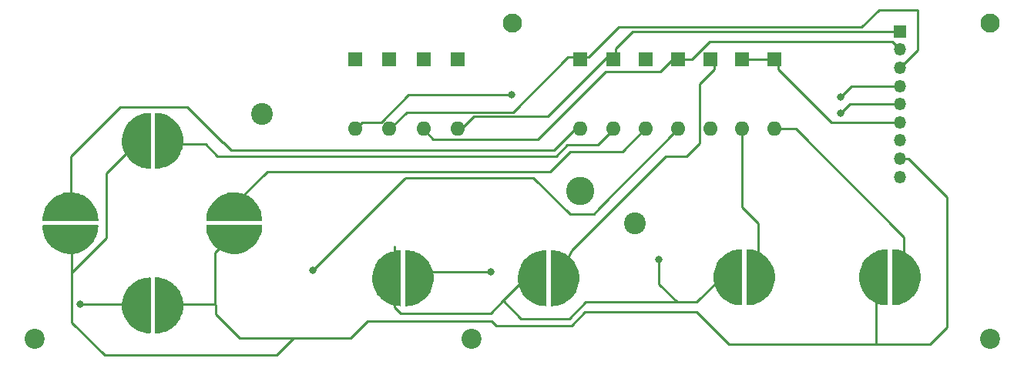
<source format=gbr>
G04 #@! TF.GenerationSoftware,KiCad,Pcbnew,5.0.2-5.fc29*
G04 #@! TF.CreationDate,2020-05-24T09:12:21-05:00*
G04 #@! TF.ProjectId,coleco_to_nes_selectable_v4,636f6c65-636f-45f7-946f-5f6e65735f73,rev?*
G04 #@! TF.SameCoordinates,Original*
G04 #@! TF.FileFunction,Copper,L1,Top*
G04 #@! TF.FilePolarity,Positive*
%FSLAX46Y46*%
G04 Gerber Fmt 4.6, Leading zero omitted, Abs format (unit mm)*
G04 Created by KiCad (PCBNEW 5.0.2-5.fc29) date Sun 24 May 2020 09:12:21 AM CDT*
%MOMM*%
%LPD*%
G01*
G04 APERTURE LIST*
G04 #@! TA.AperFunction,ComponentPad*
%ADD10R,1.350000X1.350000*%
G04 #@! TD*
G04 #@! TA.AperFunction,ComponentPad*
%ADD11O,1.350000X1.350000*%
G04 #@! TD*
G04 #@! TA.AperFunction,ComponentPad*
%ADD12R,1.600000X1.600000*%
G04 #@! TD*
G04 #@! TA.AperFunction,ComponentPad*
%ADD13O,1.600000X1.600000*%
G04 #@! TD*
G04 #@! TA.AperFunction,SMDPad,CuDef*
%ADD14C,1.524000*%
G04 #@! TD*
G04 #@! TA.AperFunction,Conductor*
%ADD15C,0.100000*%
G04 #@! TD*
G04 #@! TA.AperFunction,ViaPad*
%ADD16C,2.200000*%
G04 #@! TD*
G04 #@! TA.AperFunction,ViaPad*
%ADD17C,2.100000*%
G04 #@! TD*
G04 #@! TA.AperFunction,ViaPad*
%ADD18C,2.400000*%
G04 #@! TD*
G04 #@! TA.AperFunction,ViaPad*
%ADD19C,3.100000*%
G04 #@! TD*
G04 #@! TA.AperFunction,ViaPad*
%ADD20C,0.800000*%
G04 #@! TD*
G04 #@! TA.AperFunction,Conductor*
%ADD21C,0.250000*%
G04 #@! TD*
G04 APERTURE END LIST*
D10*
G04 #@! TO.P,J1,1*
G04 #@! TO.N,Net-(D11-Pad2)*
X186110000Y-62420000D03*
D11*
G04 #@! TO.P,J1,2*
G04 #@! TO.N,Net-(D12-Pad2)*
X186110000Y-64420000D03*
G04 #@! TO.P,J1,3*
G04 #@! TO.N,Net-(D1-Pad1)*
X186110000Y-66420000D03*
G04 #@! TO.P,J1,4*
G04 #@! TO.N,Net-(D14-Pad2)*
X186110000Y-68420000D03*
G04 #@! TO.P,J1,5*
G04 #@! TO.N,Net-(Button-\002A1-Pad2)*
X186110000Y-70420000D03*
G04 #@! TO.P,J1,6*
G04 #@! TO.N,Net-(D8-Pad1)*
X186110000Y-72420000D03*
G04 #@! TO.P,J1,7*
G04 #@! TO.N,Net-(J1-Pad7)*
X186110000Y-74420000D03*
G04 #@! TO.P,J1,8*
G04 #@! TO.N,Net-(Button-Side-L1-Pad1)*
X186110000Y-76420000D03*
G04 #@! TO.P,J1,9*
G04 #@! TO.N,Net-(J1-Pad9)*
X186110000Y-78420000D03*
G04 #@! TD*
D12*
G04 #@! TO.P,D9,1*
G04 #@! TO.N,Net-(D8-Pad1)*
X172300000Y-65520000D03*
D13*
G04 #@! TO.P,D9,2*
G04 #@! TO.N,Net-(Button-Side-L1-Pad2)*
X172300000Y-73140000D03*
G04 #@! TD*
D12*
G04 #@! TO.P,D8,1*
G04 #@! TO.N,Net-(D8-Pad1)*
X168760000Y-65520000D03*
D13*
G04 #@! TO.P,D8,2*
G04 #@! TO.N,Net-(Button-Side-R1-Pad2)*
X168760000Y-73140000D03*
G04 #@! TD*
D12*
G04 #@! TO.P,D4,1*
G04 #@! TO.N,Net-(D12-Pad2)*
X161760000Y-65520000D03*
D13*
G04 #@! TO.P,D4,2*
G04 #@! TO.N,Net-(D-Down1-Pad2)*
X161760000Y-73140000D03*
G04 #@! TD*
D12*
G04 #@! TO.P,D2,1*
G04 #@! TO.N,Net-(D11-Pad2)*
X154600000Y-65520000D03*
D13*
G04 #@! TO.P,D2,2*
G04 #@! TO.N,Net-(D-Up1-Pad2)*
X154600000Y-73140000D03*
G04 #@! TD*
D12*
G04 #@! TO.P,D1,1*
G04 #@! TO.N,Net-(D1-Pad1)*
X151000000Y-65520000D03*
D13*
G04 #@! TO.P,D1,2*
G04 #@! TO.N,Net-(D-Left1-Pad2)*
X151000000Y-73140000D03*
G04 #@! TD*
D12*
G04 #@! TO.P,D3,1*
G04 #@! TO.N,Net-(D14-Pad2)*
X158210000Y-65520000D03*
D13*
G04 #@! TO.P,D3,2*
G04 #@! TO.N,Net-(D-Right1-Pad2)*
X158210000Y-73140000D03*
G04 #@! TD*
D14*
G04 #@! TO.P,Button-Side-L1,2*
G04 #@! TO.N,Net-(Button-Side-L1-Pad2)*
X186550000Y-89400000D03*
D15*
G04 #@! TD*
G04 #@! TO.N,Net-(Button-Side-L1-Pad2)*
G04 #@! TO.C,Button-Side-L1*
G36*
X185298201Y-92524927D02*
X185297660Y-92524963D01*
X185296763Y-92524846D01*
X185292160Y-92524589D01*
X185284919Y-92523468D01*
X185283640Y-92523140D01*
X185283081Y-92523067D01*
X185282206Y-92522772D01*
X185277822Y-92521646D01*
X185270936Y-92519140D01*
X185269697Y-92518547D01*
X185269151Y-92518362D01*
X185268348Y-92517900D01*
X185264328Y-92515974D01*
X185263846Y-92515682D01*
X185258059Y-92512178D01*
X185256917Y-92511324D01*
X185256407Y-92511030D01*
X185255705Y-92510416D01*
X185253078Y-92508450D01*
X185252193Y-92507788D01*
X185246782Y-92502848D01*
X185245799Y-92501756D01*
X185245338Y-92501353D01*
X185244760Y-92500602D01*
X185241879Y-92497402D01*
X185237531Y-92491504D01*
X185236755Y-92490202D01*
X185236370Y-92489702D01*
X185235945Y-92488843D01*
X185233779Y-92485210D01*
X185230659Y-92478580D01*
X185230134Y-92477106D01*
X185229847Y-92476526D01*
X185229596Y-92475597D01*
X185228200Y-92471677D01*
X185226782Y-92465986D01*
X185226428Y-92464568D01*
X185226192Y-92462967D01*
X185226020Y-92462330D01*
X185225932Y-92461206D01*
X185225358Y-92457319D01*
X185225000Y-92450000D01*
X185225000Y-86450000D01*
X185225003Y-86449507D01*
X185225002Y-86449476D01*
X185225004Y-86449445D01*
X185225007Y-86448953D01*
X185225106Y-86447377D01*
X185225117Y-86445813D01*
X185225309Y-86443989D01*
X185225411Y-86442160D01*
X185225450Y-86441907D01*
X185225467Y-86441640D01*
X185225719Y-86440082D01*
X185225883Y-86438526D01*
X185226252Y-86436728D01*
X185226532Y-86434919D01*
X185226597Y-86434665D01*
X185226639Y-86434407D01*
X185227039Y-86432894D01*
X185227356Y-86431348D01*
X185227899Y-86429594D01*
X185228354Y-86427822D01*
X185228445Y-86427572D01*
X185228511Y-86427322D01*
X185229058Y-86425852D01*
X185229523Y-86424349D01*
X185230232Y-86422663D01*
X185230860Y-86420936D01*
X185230975Y-86420696D01*
X185231065Y-86420454D01*
X185231750Y-86419050D01*
X185232362Y-86417593D01*
X185233237Y-86415975D01*
X185234026Y-86414328D01*
X185234163Y-86414102D01*
X185234277Y-86413868D01*
X185235097Y-86412534D01*
X185235847Y-86411148D01*
X185236876Y-86409623D01*
X185237822Y-86408061D01*
X185237974Y-86407858D01*
X185238116Y-86407627D01*
X185239072Y-86406367D01*
X185239945Y-86405074D01*
X185241113Y-86403661D01*
X185242212Y-86402193D01*
X185242389Y-86401999D01*
X185242547Y-86401791D01*
X185243611Y-86400641D01*
X185244616Y-86399427D01*
X185245914Y-86398138D01*
X185247152Y-86396782D01*
X185247351Y-86396602D01*
X185247525Y-86396415D01*
X185248694Y-86395377D01*
X185249815Y-86394264D01*
X185251236Y-86393106D01*
X185252598Y-86391879D01*
X185252813Y-86391721D01*
X185253005Y-86391550D01*
X185254272Y-86390629D01*
X185255494Y-86389633D01*
X185257020Y-86388619D01*
X185258496Y-86387531D01*
X185258722Y-86387396D01*
X185258933Y-86387243D01*
X185260284Y-86386450D01*
X185261597Y-86385578D01*
X185263217Y-86384716D01*
X185264790Y-86383779D01*
X185265028Y-86383667D01*
X185265253Y-86383535D01*
X185266678Y-86382876D01*
X185268067Y-86382138D01*
X185269759Y-86381440D01*
X185271420Y-86380659D01*
X185271666Y-86380571D01*
X185271905Y-86380461D01*
X185273395Y-86379942D01*
X185274841Y-86379346D01*
X185276593Y-86378817D01*
X185278323Y-86378201D01*
X185278571Y-86378139D01*
X185278824Y-86378051D01*
X185280365Y-86377678D01*
X185281856Y-86377228D01*
X185283648Y-86376873D01*
X185285432Y-86376428D01*
X185285690Y-86376390D01*
X185285946Y-86376328D01*
X185287499Y-86376110D01*
X185289043Y-86375804D01*
X185290874Y-86375625D01*
X185292681Y-86375358D01*
X185292947Y-86375345D01*
X185293203Y-86375309D01*
X185294770Y-86375243D01*
X185296336Y-86375090D01*
X185298160Y-86375090D01*
X185300000Y-86375000D01*
X185350000Y-86375000D01*
X185350613Y-86375004D01*
X185350625Y-86375003D01*
X185350635Y-86375004D01*
X185351047Y-86375007D01*
X185358360Y-86375467D01*
X185365593Y-86376639D01*
X185367561Y-86377159D01*
X185368190Y-86377239D01*
X185373197Y-86378491D01*
X185596413Y-86389408D01*
X185597458Y-86389466D01*
X185600629Y-86389821D01*
X185603706Y-86390123D01*
X185893659Y-86432940D01*
X185894694Y-86433099D01*
X185897822Y-86433764D01*
X185900847Y-86434363D01*
X186185239Y-86505270D01*
X186186253Y-86505530D01*
X186189301Y-86506497D01*
X186192254Y-86507388D01*
X186468370Y-86605708D01*
X186469354Y-86606065D01*
X186472309Y-86607332D01*
X186475144Y-86608500D01*
X186740348Y-86733295D01*
X186741293Y-86733747D01*
X186744084Y-86735281D01*
X186746818Y-86736735D01*
X186998578Y-86886814D01*
X186999474Y-86887356D01*
X187002098Y-86889153D01*
X187004681Y-86890869D01*
X187117852Y-86974306D01*
X187135914Y-86984158D01*
X187153033Y-86996967D01*
X187165504Y-87009438D01*
X187240595Y-87064800D01*
X187241433Y-87065427D01*
X187243869Y-87067471D01*
X187246272Y-87069431D01*
X187464088Y-87265552D01*
X187464861Y-87266258D01*
X187467084Y-87268528D01*
X187469287Y-87270716D01*
X187666924Y-87487155D01*
X187667625Y-87487933D01*
X187669610Y-87490402D01*
X187671595Y-87492802D01*
X187847168Y-87727494D01*
X187847789Y-87728337D01*
X187849532Y-87731001D01*
X187851265Y-87733569D01*
X188003098Y-87984275D01*
X188003635Y-87985174D01*
X188005110Y-87987996D01*
X188006584Y-87990721D01*
X188066675Y-88116141D01*
X188068277Y-88118965D01*
X188072886Y-88129105D01*
X188133227Y-88255047D01*
X188133673Y-88255994D01*
X188134872Y-88258963D01*
X188136066Y-88261802D01*
X188147571Y-88293413D01*
X188318277Y-88668965D01*
X188323020Y-88682881D01*
X188324692Y-88693210D01*
X188374692Y-89243210D01*
X188375000Y-89250000D01*
X188375000Y-89750000D01*
X188372357Y-89769734D01*
X188339986Y-89888428D01*
X188321132Y-90022582D01*
X188320980Y-90023617D01*
X188320341Y-90026728D01*
X188319759Y-90029780D01*
X188250839Y-90314659D01*
X188250586Y-90315675D01*
X188249653Y-90318690D01*
X188248770Y-90321689D01*
X188152380Y-90598485D01*
X188152029Y-90599471D01*
X188150804Y-90602387D01*
X188149635Y-90605279D01*
X188069456Y-90778801D01*
X188021151Y-90923717D01*
X188012404Y-90941603D01*
X187612404Y-91541603D01*
X187603088Y-91552978D01*
X187591603Y-91562404D01*
X187404911Y-91686865D01*
X187279321Y-91803163D01*
X187278548Y-91803869D01*
X187276109Y-91805858D01*
X187273708Y-91807873D01*
X187040246Y-91985080D01*
X187039407Y-91985707D01*
X187036775Y-91987456D01*
X187034200Y-91989219D01*
X186784560Y-92142800D01*
X186783664Y-92143342D01*
X186780894Y-92144815D01*
X186778139Y-92146330D01*
X186687834Y-92190374D01*
X186595000Y-92260000D01*
X186582430Y-92267626D01*
X186569734Y-92272357D01*
X186392006Y-92320828D01*
X186233253Y-92379868D01*
X186232269Y-92380227D01*
X186229214Y-92381149D01*
X186226268Y-92382084D01*
X185942894Y-92456955D01*
X185941879Y-92457215D01*
X185938786Y-92457828D01*
X185935726Y-92458478D01*
X185646398Y-92505339D01*
X185645364Y-92505500D01*
X185642186Y-92505812D01*
X185639116Y-92506156D01*
X185346597Y-92524560D01*
X185345551Y-92524619D01*
X185343966Y-92524619D01*
X185342410Y-92524706D01*
X185300523Y-92524998D01*
X185299476Y-92524998D01*
X185298201Y-92524927D01*
X185298201Y-92524927D01*
G37*
D14*
G04 #@! TO.P,Button-Side-L1,1*
G04 #@! TO.N,Net-(Button-Side-L1-Pad1)*
X183450000Y-89500000D03*
D15*
G04 #@! TD*
G04 #@! TO.N,Net-(Button-Side-L1-Pad1)*
G04 #@! TO.C,Button-Side-L1*
G36*
X184701799Y-86375073D02*
X184702340Y-86375037D01*
X184703237Y-86375154D01*
X184707840Y-86375411D01*
X184715081Y-86376532D01*
X184716360Y-86376860D01*
X184716919Y-86376933D01*
X184717794Y-86377228D01*
X184722178Y-86378354D01*
X184729064Y-86380860D01*
X184730303Y-86381453D01*
X184730849Y-86381638D01*
X184731652Y-86382100D01*
X184735672Y-86384026D01*
X184736154Y-86384318D01*
X184741941Y-86387822D01*
X184743083Y-86388676D01*
X184743593Y-86388970D01*
X184744295Y-86389584D01*
X184746922Y-86391550D01*
X184747807Y-86392212D01*
X184753218Y-86397152D01*
X184754201Y-86398244D01*
X184754662Y-86398647D01*
X184755240Y-86399398D01*
X184758121Y-86402598D01*
X184762469Y-86408496D01*
X184763245Y-86409798D01*
X184763630Y-86410298D01*
X184764055Y-86411157D01*
X184766221Y-86414790D01*
X184769341Y-86421420D01*
X184769866Y-86422894D01*
X184770153Y-86423474D01*
X184770404Y-86424403D01*
X184771800Y-86428323D01*
X184773218Y-86434014D01*
X184773572Y-86435432D01*
X184773808Y-86437033D01*
X184773980Y-86437670D01*
X184774068Y-86438794D01*
X184774642Y-86442681D01*
X184775000Y-86450000D01*
X184775000Y-92450000D01*
X184774997Y-92450493D01*
X184774998Y-92450524D01*
X184774996Y-92450555D01*
X184774993Y-92451047D01*
X184774894Y-92452623D01*
X184774883Y-92454187D01*
X184774691Y-92456011D01*
X184774589Y-92457840D01*
X184774550Y-92458093D01*
X184774533Y-92458360D01*
X184774281Y-92459918D01*
X184774117Y-92461474D01*
X184773748Y-92463272D01*
X184773468Y-92465081D01*
X184773403Y-92465335D01*
X184773361Y-92465593D01*
X184772961Y-92467106D01*
X184772644Y-92468652D01*
X184772101Y-92470406D01*
X184771646Y-92472178D01*
X184771555Y-92472428D01*
X184771489Y-92472678D01*
X184770942Y-92474148D01*
X184770477Y-92475651D01*
X184769768Y-92477337D01*
X184769140Y-92479064D01*
X184769025Y-92479304D01*
X184768935Y-92479546D01*
X184768250Y-92480950D01*
X184767638Y-92482407D01*
X184766763Y-92484025D01*
X184765974Y-92485672D01*
X184765837Y-92485898D01*
X184765723Y-92486132D01*
X184764903Y-92487466D01*
X184764153Y-92488852D01*
X184763124Y-92490377D01*
X184762178Y-92491939D01*
X184762026Y-92492142D01*
X184761884Y-92492373D01*
X184760928Y-92493633D01*
X184760055Y-92494926D01*
X184758887Y-92496339D01*
X184757788Y-92497807D01*
X184757611Y-92498001D01*
X184757453Y-92498209D01*
X184756389Y-92499359D01*
X184755384Y-92500573D01*
X184754086Y-92501862D01*
X184752848Y-92503218D01*
X184752649Y-92503398D01*
X184752475Y-92503585D01*
X184751306Y-92504623D01*
X184750185Y-92505736D01*
X184748764Y-92506894D01*
X184747402Y-92508121D01*
X184747187Y-92508279D01*
X184746995Y-92508450D01*
X184745728Y-92509371D01*
X184744506Y-92510367D01*
X184742980Y-92511381D01*
X184741504Y-92512469D01*
X184741278Y-92512604D01*
X184741067Y-92512757D01*
X184739716Y-92513550D01*
X184738403Y-92514422D01*
X184736783Y-92515284D01*
X184735210Y-92516221D01*
X184734972Y-92516333D01*
X184734747Y-92516465D01*
X184733322Y-92517124D01*
X184731933Y-92517862D01*
X184730241Y-92518560D01*
X184728580Y-92519341D01*
X184728334Y-92519429D01*
X184728095Y-92519539D01*
X184726605Y-92520058D01*
X184725159Y-92520654D01*
X184723407Y-92521183D01*
X184721677Y-92521799D01*
X184721429Y-92521861D01*
X184721176Y-92521949D01*
X184719635Y-92522322D01*
X184718144Y-92522772D01*
X184716352Y-92523127D01*
X184714568Y-92523572D01*
X184714310Y-92523610D01*
X184714054Y-92523672D01*
X184712501Y-92523890D01*
X184710957Y-92524196D01*
X184709126Y-92524375D01*
X184707319Y-92524642D01*
X184707053Y-92524655D01*
X184706797Y-92524691D01*
X184705230Y-92524757D01*
X184703664Y-92524910D01*
X184701840Y-92524910D01*
X184700000Y-92525000D01*
X184650000Y-92525000D01*
X184649387Y-92524996D01*
X184649375Y-92524997D01*
X184649365Y-92524996D01*
X184648953Y-92524993D01*
X184641640Y-92524533D01*
X184634407Y-92523361D01*
X184632439Y-92522841D01*
X184631810Y-92522761D01*
X184626803Y-92521509D01*
X184403587Y-92510592D01*
X184402542Y-92510534D01*
X184399371Y-92510179D01*
X184396294Y-92509877D01*
X184106341Y-92467060D01*
X184105306Y-92466901D01*
X184102178Y-92466236D01*
X184099153Y-92465637D01*
X183814761Y-92394730D01*
X183813747Y-92394470D01*
X183810699Y-92393503D01*
X183807746Y-92392612D01*
X183531630Y-92294292D01*
X183530646Y-92293935D01*
X183527691Y-92292668D01*
X183524856Y-92291500D01*
X183259652Y-92166705D01*
X183258707Y-92166253D01*
X183255916Y-92164719D01*
X183253182Y-92163265D01*
X183001422Y-92013186D01*
X183000526Y-92012644D01*
X182997902Y-92010847D01*
X182995319Y-92009131D01*
X182882148Y-91925694D01*
X182864086Y-91915842D01*
X182846967Y-91903033D01*
X182834496Y-91890562D01*
X182759405Y-91835200D01*
X182758567Y-91834573D01*
X182756131Y-91832529D01*
X182753728Y-91830569D01*
X182535912Y-91634448D01*
X182535139Y-91633742D01*
X182532916Y-91631472D01*
X182530713Y-91629284D01*
X182333076Y-91412845D01*
X182332375Y-91412067D01*
X182330390Y-91409598D01*
X182328405Y-91407198D01*
X182152832Y-91172506D01*
X182152211Y-91171663D01*
X182150468Y-91168999D01*
X182148735Y-91166431D01*
X181996902Y-90915725D01*
X181996365Y-90914826D01*
X181994890Y-90912004D01*
X181993416Y-90909279D01*
X181933325Y-90783859D01*
X181931723Y-90781035D01*
X181927114Y-90770895D01*
X181866773Y-90644953D01*
X181866327Y-90644006D01*
X181865128Y-90641037D01*
X181863934Y-90638198D01*
X181852429Y-90606587D01*
X181681723Y-90231035D01*
X181676980Y-90217119D01*
X181675308Y-90206790D01*
X181625308Y-89656790D01*
X181625000Y-89650000D01*
X181625000Y-89150000D01*
X181627643Y-89130266D01*
X181660014Y-89011572D01*
X181678868Y-88877418D01*
X181679020Y-88876383D01*
X181679659Y-88873272D01*
X181680241Y-88870220D01*
X181749161Y-88585341D01*
X181749414Y-88584325D01*
X181750347Y-88581310D01*
X181751230Y-88578311D01*
X181847620Y-88301515D01*
X181847971Y-88300529D01*
X181849196Y-88297613D01*
X181850365Y-88294721D01*
X181930544Y-88121199D01*
X181978849Y-87976283D01*
X181987596Y-87958397D01*
X182387596Y-87358397D01*
X182396912Y-87347022D01*
X182408397Y-87337596D01*
X182595089Y-87213135D01*
X182720679Y-87096837D01*
X182721452Y-87096131D01*
X182723891Y-87094142D01*
X182726292Y-87092127D01*
X182959754Y-86914920D01*
X182960593Y-86914293D01*
X182963225Y-86912544D01*
X182965800Y-86910781D01*
X183215440Y-86757200D01*
X183216336Y-86756658D01*
X183219106Y-86755185D01*
X183221861Y-86753670D01*
X183312166Y-86709626D01*
X183405000Y-86640000D01*
X183417570Y-86632374D01*
X183430266Y-86627643D01*
X183607994Y-86579172D01*
X183766747Y-86520132D01*
X183767731Y-86519773D01*
X183770786Y-86518851D01*
X183773732Y-86517916D01*
X184057106Y-86443045D01*
X184058121Y-86442785D01*
X184061214Y-86442172D01*
X184064274Y-86441522D01*
X184353602Y-86394661D01*
X184354636Y-86394500D01*
X184357814Y-86394188D01*
X184360884Y-86393844D01*
X184653403Y-86375440D01*
X184654449Y-86375381D01*
X184656034Y-86375381D01*
X184657590Y-86375294D01*
X184699477Y-86375002D01*
X184700524Y-86375002D01*
X184701799Y-86375073D01*
X184701799Y-86375073D01*
G37*
D14*
G04 #@! TO.P,Button-Side-R1,2*
G04 #@! TO.N,Net-(Button-Side-R1-Pad2)*
X170550000Y-89400000D03*
D15*
G04 #@! TD*
G04 #@! TO.N,Net-(Button-Side-R1-Pad2)*
G04 #@! TO.C,Button-Side-R1*
G36*
X169298201Y-92524927D02*
X169297660Y-92524963D01*
X169296763Y-92524846D01*
X169292160Y-92524589D01*
X169284919Y-92523468D01*
X169283640Y-92523140D01*
X169283081Y-92523067D01*
X169282206Y-92522772D01*
X169277822Y-92521646D01*
X169270936Y-92519140D01*
X169269697Y-92518547D01*
X169269151Y-92518362D01*
X169268348Y-92517900D01*
X169264328Y-92515974D01*
X169263846Y-92515682D01*
X169258059Y-92512178D01*
X169256917Y-92511324D01*
X169256407Y-92511030D01*
X169255705Y-92510416D01*
X169253078Y-92508450D01*
X169252193Y-92507788D01*
X169246782Y-92502848D01*
X169245799Y-92501756D01*
X169245338Y-92501353D01*
X169244760Y-92500602D01*
X169241879Y-92497402D01*
X169237531Y-92491504D01*
X169236755Y-92490202D01*
X169236370Y-92489702D01*
X169235945Y-92488843D01*
X169233779Y-92485210D01*
X169230659Y-92478580D01*
X169230134Y-92477106D01*
X169229847Y-92476526D01*
X169229596Y-92475597D01*
X169228200Y-92471677D01*
X169226782Y-92465986D01*
X169226428Y-92464568D01*
X169226192Y-92462967D01*
X169226020Y-92462330D01*
X169225932Y-92461206D01*
X169225358Y-92457319D01*
X169225000Y-92450000D01*
X169225000Y-86450000D01*
X169225003Y-86449507D01*
X169225002Y-86449476D01*
X169225004Y-86449445D01*
X169225007Y-86448953D01*
X169225106Y-86447377D01*
X169225117Y-86445813D01*
X169225309Y-86443989D01*
X169225411Y-86442160D01*
X169225450Y-86441907D01*
X169225467Y-86441640D01*
X169225719Y-86440082D01*
X169225883Y-86438526D01*
X169226252Y-86436728D01*
X169226532Y-86434919D01*
X169226597Y-86434665D01*
X169226639Y-86434407D01*
X169227039Y-86432894D01*
X169227356Y-86431348D01*
X169227899Y-86429594D01*
X169228354Y-86427822D01*
X169228445Y-86427572D01*
X169228511Y-86427322D01*
X169229058Y-86425852D01*
X169229523Y-86424349D01*
X169230232Y-86422663D01*
X169230860Y-86420936D01*
X169230975Y-86420696D01*
X169231065Y-86420454D01*
X169231750Y-86419050D01*
X169232362Y-86417593D01*
X169233237Y-86415975D01*
X169234026Y-86414328D01*
X169234163Y-86414102D01*
X169234277Y-86413868D01*
X169235097Y-86412534D01*
X169235847Y-86411148D01*
X169236876Y-86409623D01*
X169237822Y-86408061D01*
X169237974Y-86407858D01*
X169238116Y-86407627D01*
X169239072Y-86406367D01*
X169239945Y-86405074D01*
X169241113Y-86403661D01*
X169242212Y-86402193D01*
X169242389Y-86401999D01*
X169242547Y-86401791D01*
X169243611Y-86400641D01*
X169244616Y-86399427D01*
X169245914Y-86398138D01*
X169247152Y-86396782D01*
X169247351Y-86396602D01*
X169247525Y-86396415D01*
X169248694Y-86395377D01*
X169249815Y-86394264D01*
X169251236Y-86393106D01*
X169252598Y-86391879D01*
X169252813Y-86391721D01*
X169253005Y-86391550D01*
X169254272Y-86390629D01*
X169255494Y-86389633D01*
X169257020Y-86388619D01*
X169258496Y-86387531D01*
X169258722Y-86387396D01*
X169258933Y-86387243D01*
X169260284Y-86386450D01*
X169261597Y-86385578D01*
X169263217Y-86384716D01*
X169264790Y-86383779D01*
X169265028Y-86383667D01*
X169265253Y-86383535D01*
X169266678Y-86382876D01*
X169268067Y-86382138D01*
X169269759Y-86381440D01*
X169271420Y-86380659D01*
X169271666Y-86380571D01*
X169271905Y-86380461D01*
X169273395Y-86379942D01*
X169274841Y-86379346D01*
X169276593Y-86378817D01*
X169278323Y-86378201D01*
X169278571Y-86378139D01*
X169278824Y-86378051D01*
X169280365Y-86377678D01*
X169281856Y-86377228D01*
X169283648Y-86376873D01*
X169285432Y-86376428D01*
X169285690Y-86376390D01*
X169285946Y-86376328D01*
X169287499Y-86376110D01*
X169289043Y-86375804D01*
X169290874Y-86375625D01*
X169292681Y-86375358D01*
X169292947Y-86375345D01*
X169293203Y-86375309D01*
X169294770Y-86375243D01*
X169296336Y-86375090D01*
X169298160Y-86375090D01*
X169300000Y-86375000D01*
X169350000Y-86375000D01*
X169350613Y-86375004D01*
X169350625Y-86375003D01*
X169350635Y-86375004D01*
X169351047Y-86375007D01*
X169358360Y-86375467D01*
X169365593Y-86376639D01*
X169367561Y-86377159D01*
X169368190Y-86377239D01*
X169373197Y-86378491D01*
X169596413Y-86389408D01*
X169597458Y-86389466D01*
X169600629Y-86389821D01*
X169603706Y-86390123D01*
X169893659Y-86432940D01*
X169894694Y-86433099D01*
X169897822Y-86433764D01*
X169900847Y-86434363D01*
X170185239Y-86505270D01*
X170186253Y-86505530D01*
X170189301Y-86506497D01*
X170192254Y-86507388D01*
X170468370Y-86605708D01*
X170469354Y-86606065D01*
X170472309Y-86607332D01*
X170475144Y-86608500D01*
X170740348Y-86733295D01*
X170741293Y-86733747D01*
X170744084Y-86735281D01*
X170746818Y-86736735D01*
X170998578Y-86886814D01*
X170999474Y-86887356D01*
X171002098Y-86889153D01*
X171004681Y-86890869D01*
X171117852Y-86974306D01*
X171135914Y-86984158D01*
X171153033Y-86996967D01*
X171165504Y-87009438D01*
X171240595Y-87064800D01*
X171241433Y-87065427D01*
X171243869Y-87067471D01*
X171246272Y-87069431D01*
X171464088Y-87265552D01*
X171464861Y-87266258D01*
X171467084Y-87268528D01*
X171469287Y-87270716D01*
X171666924Y-87487155D01*
X171667625Y-87487933D01*
X171669610Y-87490402D01*
X171671595Y-87492802D01*
X171847168Y-87727494D01*
X171847789Y-87728337D01*
X171849532Y-87731001D01*
X171851265Y-87733569D01*
X172003098Y-87984275D01*
X172003635Y-87985174D01*
X172005110Y-87987996D01*
X172006584Y-87990721D01*
X172066675Y-88116141D01*
X172068277Y-88118965D01*
X172072886Y-88129105D01*
X172133227Y-88255047D01*
X172133673Y-88255994D01*
X172134872Y-88258963D01*
X172136066Y-88261802D01*
X172147571Y-88293413D01*
X172318277Y-88668965D01*
X172323020Y-88682881D01*
X172324692Y-88693210D01*
X172374692Y-89243210D01*
X172375000Y-89250000D01*
X172375000Y-89750000D01*
X172372357Y-89769734D01*
X172339986Y-89888428D01*
X172321132Y-90022582D01*
X172320980Y-90023617D01*
X172320341Y-90026728D01*
X172319759Y-90029780D01*
X172250839Y-90314659D01*
X172250586Y-90315675D01*
X172249653Y-90318690D01*
X172248770Y-90321689D01*
X172152380Y-90598485D01*
X172152029Y-90599471D01*
X172150804Y-90602387D01*
X172149635Y-90605279D01*
X172069456Y-90778801D01*
X172021151Y-90923717D01*
X172012404Y-90941603D01*
X171612404Y-91541603D01*
X171603088Y-91552978D01*
X171591603Y-91562404D01*
X171404911Y-91686865D01*
X171279321Y-91803163D01*
X171278548Y-91803869D01*
X171276109Y-91805858D01*
X171273708Y-91807873D01*
X171040246Y-91985080D01*
X171039407Y-91985707D01*
X171036775Y-91987456D01*
X171034200Y-91989219D01*
X170784560Y-92142800D01*
X170783664Y-92143342D01*
X170780894Y-92144815D01*
X170778139Y-92146330D01*
X170687834Y-92190374D01*
X170595000Y-92260000D01*
X170582430Y-92267626D01*
X170569734Y-92272357D01*
X170392006Y-92320828D01*
X170233253Y-92379868D01*
X170232269Y-92380227D01*
X170229214Y-92381149D01*
X170226268Y-92382084D01*
X169942894Y-92456955D01*
X169941879Y-92457215D01*
X169938786Y-92457828D01*
X169935726Y-92458478D01*
X169646398Y-92505339D01*
X169645364Y-92505500D01*
X169642186Y-92505812D01*
X169639116Y-92506156D01*
X169346597Y-92524560D01*
X169345551Y-92524619D01*
X169343966Y-92524619D01*
X169342410Y-92524706D01*
X169300523Y-92524998D01*
X169299476Y-92524998D01*
X169298201Y-92524927D01*
X169298201Y-92524927D01*
G37*
D14*
G04 #@! TO.P,Button-Side-R1,1*
G04 #@! TO.N,Net-(Button-\002A1-Pad2)*
X167450000Y-89500000D03*
D15*
G04 #@! TD*
G04 #@! TO.N,Net-(Button-\002A1-Pad2)*
G04 #@! TO.C,Button-Side-R1*
G36*
X168701799Y-86375073D02*
X168702340Y-86375037D01*
X168703237Y-86375154D01*
X168707840Y-86375411D01*
X168715081Y-86376532D01*
X168716360Y-86376860D01*
X168716919Y-86376933D01*
X168717794Y-86377228D01*
X168722178Y-86378354D01*
X168729064Y-86380860D01*
X168730303Y-86381453D01*
X168730849Y-86381638D01*
X168731652Y-86382100D01*
X168735672Y-86384026D01*
X168736154Y-86384318D01*
X168741941Y-86387822D01*
X168743083Y-86388676D01*
X168743593Y-86388970D01*
X168744295Y-86389584D01*
X168746922Y-86391550D01*
X168747807Y-86392212D01*
X168753218Y-86397152D01*
X168754201Y-86398244D01*
X168754662Y-86398647D01*
X168755240Y-86399398D01*
X168758121Y-86402598D01*
X168762469Y-86408496D01*
X168763245Y-86409798D01*
X168763630Y-86410298D01*
X168764055Y-86411157D01*
X168766221Y-86414790D01*
X168769341Y-86421420D01*
X168769866Y-86422894D01*
X168770153Y-86423474D01*
X168770404Y-86424403D01*
X168771800Y-86428323D01*
X168773218Y-86434014D01*
X168773572Y-86435432D01*
X168773808Y-86437033D01*
X168773980Y-86437670D01*
X168774068Y-86438794D01*
X168774642Y-86442681D01*
X168775000Y-86450000D01*
X168775000Y-92450000D01*
X168774997Y-92450493D01*
X168774998Y-92450524D01*
X168774996Y-92450555D01*
X168774993Y-92451047D01*
X168774894Y-92452623D01*
X168774883Y-92454187D01*
X168774691Y-92456011D01*
X168774589Y-92457840D01*
X168774550Y-92458093D01*
X168774533Y-92458360D01*
X168774281Y-92459918D01*
X168774117Y-92461474D01*
X168773748Y-92463272D01*
X168773468Y-92465081D01*
X168773403Y-92465335D01*
X168773361Y-92465593D01*
X168772961Y-92467106D01*
X168772644Y-92468652D01*
X168772101Y-92470406D01*
X168771646Y-92472178D01*
X168771555Y-92472428D01*
X168771489Y-92472678D01*
X168770942Y-92474148D01*
X168770477Y-92475651D01*
X168769768Y-92477337D01*
X168769140Y-92479064D01*
X168769025Y-92479304D01*
X168768935Y-92479546D01*
X168768250Y-92480950D01*
X168767638Y-92482407D01*
X168766763Y-92484025D01*
X168765974Y-92485672D01*
X168765837Y-92485898D01*
X168765723Y-92486132D01*
X168764903Y-92487466D01*
X168764153Y-92488852D01*
X168763124Y-92490377D01*
X168762178Y-92491939D01*
X168762026Y-92492142D01*
X168761884Y-92492373D01*
X168760928Y-92493633D01*
X168760055Y-92494926D01*
X168758887Y-92496339D01*
X168757788Y-92497807D01*
X168757611Y-92498001D01*
X168757453Y-92498209D01*
X168756389Y-92499359D01*
X168755384Y-92500573D01*
X168754086Y-92501862D01*
X168752848Y-92503218D01*
X168752649Y-92503398D01*
X168752475Y-92503585D01*
X168751306Y-92504623D01*
X168750185Y-92505736D01*
X168748764Y-92506894D01*
X168747402Y-92508121D01*
X168747187Y-92508279D01*
X168746995Y-92508450D01*
X168745728Y-92509371D01*
X168744506Y-92510367D01*
X168742980Y-92511381D01*
X168741504Y-92512469D01*
X168741278Y-92512604D01*
X168741067Y-92512757D01*
X168739716Y-92513550D01*
X168738403Y-92514422D01*
X168736783Y-92515284D01*
X168735210Y-92516221D01*
X168734972Y-92516333D01*
X168734747Y-92516465D01*
X168733322Y-92517124D01*
X168731933Y-92517862D01*
X168730241Y-92518560D01*
X168728580Y-92519341D01*
X168728334Y-92519429D01*
X168728095Y-92519539D01*
X168726605Y-92520058D01*
X168725159Y-92520654D01*
X168723407Y-92521183D01*
X168721677Y-92521799D01*
X168721429Y-92521861D01*
X168721176Y-92521949D01*
X168719635Y-92522322D01*
X168718144Y-92522772D01*
X168716352Y-92523127D01*
X168714568Y-92523572D01*
X168714310Y-92523610D01*
X168714054Y-92523672D01*
X168712501Y-92523890D01*
X168710957Y-92524196D01*
X168709126Y-92524375D01*
X168707319Y-92524642D01*
X168707053Y-92524655D01*
X168706797Y-92524691D01*
X168705230Y-92524757D01*
X168703664Y-92524910D01*
X168701840Y-92524910D01*
X168700000Y-92525000D01*
X168650000Y-92525000D01*
X168649387Y-92524996D01*
X168649375Y-92524997D01*
X168649365Y-92524996D01*
X168648953Y-92524993D01*
X168641640Y-92524533D01*
X168634407Y-92523361D01*
X168632439Y-92522841D01*
X168631810Y-92522761D01*
X168626803Y-92521509D01*
X168403587Y-92510592D01*
X168402542Y-92510534D01*
X168399371Y-92510179D01*
X168396294Y-92509877D01*
X168106341Y-92467060D01*
X168105306Y-92466901D01*
X168102178Y-92466236D01*
X168099153Y-92465637D01*
X167814761Y-92394730D01*
X167813747Y-92394470D01*
X167810699Y-92393503D01*
X167807746Y-92392612D01*
X167531630Y-92294292D01*
X167530646Y-92293935D01*
X167527691Y-92292668D01*
X167524856Y-92291500D01*
X167259652Y-92166705D01*
X167258707Y-92166253D01*
X167255916Y-92164719D01*
X167253182Y-92163265D01*
X167001422Y-92013186D01*
X167000526Y-92012644D01*
X166997902Y-92010847D01*
X166995319Y-92009131D01*
X166882148Y-91925694D01*
X166864086Y-91915842D01*
X166846967Y-91903033D01*
X166834496Y-91890562D01*
X166759405Y-91835200D01*
X166758567Y-91834573D01*
X166756131Y-91832529D01*
X166753728Y-91830569D01*
X166535912Y-91634448D01*
X166535139Y-91633742D01*
X166532916Y-91631472D01*
X166530713Y-91629284D01*
X166333076Y-91412845D01*
X166332375Y-91412067D01*
X166330390Y-91409598D01*
X166328405Y-91407198D01*
X166152832Y-91172506D01*
X166152211Y-91171663D01*
X166150468Y-91168999D01*
X166148735Y-91166431D01*
X165996902Y-90915725D01*
X165996365Y-90914826D01*
X165994890Y-90912004D01*
X165993416Y-90909279D01*
X165933325Y-90783859D01*
X165931723Y-90781035D01*
X165927114Y-90770895D01*
X165866773Y-90644953D01*
X165866327Y-90644006D01*
X165865128Y-90641037D01*
X165863934Y-90638198D01*
X165852429Y-90606587D01*
X165681723Y-90231035D01*
X165676980Y-90217119D01*
X165675308Y-90206790D01*
X165625308Y-89656790D01*
X165625000Y-89650000D01*
X165625000Y-89150000D01*
X165627643Y-89130266D01*
X165660014Y-89011572D01*
X165678868Y-88877418D01*
X165679020Y-88876383D01*
X165679659Y-88873272D01*
X165680241Y-88870220D01*
X165749161Y-88585341D01*
X165749414Y-88584325D01*
X165750347Y-88581310D01*
X165751230Y-88578311D01*
X165847620Y-88301515D01*
X165847971Y-88300529D01*
X165849196Y-88297613D01*
X165850365Y-88294721D01*
X165930544Y-88121199D01*
X165978849Y-87976283D01*
X165987596Y-87958397D01*
X166387596Y-87358397D01*
X166396912Y-87347022D01*
X166408397Y-87337596D01*
X166595089Y-87213135D01*
X166720679Y-87096837D01*
X166721452Y-87096131D01*
X166723891Y-87094142D01*
X166726292Y-87092127D01*
X166959754Y-86914920D01*
X166960593Y-86914293D01*
X166963225Y-86912544D01*
X166965800Y-86910781D01*
X167215440Y-86757200D01*
X167216336Y-86756658D01*
X167219106Y-86755185D01*
X167221861Y-86753670D01*
X167312166Y-86709626D01*
X167405000Y-86640000D01*
X167417570Y-86632374D01*
X167430266Y-86627643D01*
X167607994Y-86579172D01*
X167766747Y-86520132D01*
X167767731Y-86519773D01*
X167770786Y-86518851D01*
X167773732Y-86517916D01*
X168057106Y-86443045D01*
X168058121Y-86442785D01*
X168061214Y-86442172D01*
X168064274Y-86441522D01*
X168353602Y-86394661D01*
X168354636Y-86394500D01*
X168357814Y-86394188D01*
X168360884Y-86393844D01*
X168653403Y-86375440D01*
X168654449Y-86375381D01*
X168656034Y-86375381D01*
X168657590Y-86375294D01*
X168699477Y-86375002D01*
X168700524Y-86375002D01*
X168701799Y-86375073D01*
X168701799Y-86375073D01*
G37*
D14*
G04 #@! TO.P,Button-\002A1,2*
G04 #@! TO.N,Net-(Button-\002A1-Pad2)*
X129950000Y-89600000D03*
D15*
G04 #@! TD*
G04 #@! TO.N,Net-(Button-\002A1-Pad2)*
G04 #@! TO.C,Button-\002A1*
G36*
X131201799Y-86475073D02*
X131202340Y-86475037D01*
X131203237Y-86475154D01*
X131207840Y-86475411D01*
X131215081Y-86476532D01*
X131216360Y-86476860D01*
X131216919Y-86476933D01*
X131217794Y-86477228D01*
X131222178Y-86478354D01*
X131229064Y-86480860D01*
X131230303Y-86481453D01*
X131230849Y-86481638D01*
X131231652Y-86482100D01*
X131235672Y-86484026D01*
X131236154Y-86484318D01*
X131241941Y-86487822D01*
X131243083Y-86488676D01*
X131243593Y-86488970D01*
X131244295Y-86489584D01*
X131246922Y-86491550D01*
X131247807Y-86492212D01*
X131253218Y-86497152D01*
X131254201Y-86498244D01*
X131254662Y-86498647D01*
X131255240Y-86499398D01*
X131258121Y-86502598D01*
X131262469Y-86508496D01*
X131263245Y-86509798D01*
X131263630Y-86510298D01*
X131264055Y-86511157D01*
X131266221Y-86514790D01*
X131269341Y-86521420D01*
X131269866Y-86522894D01*
X131270153Y-86523474D01*
X131270404Y-86524403D01*
X131271800Y-86528323D01*
X131273218Y-86534014D01*
X131273572Y-86535432D01*
X131273808Y-86537033D01*
X131273980Y-86537670D01*
X131274068Y-86538794D01*
X131274642Y-86542681D01*
X131275000Y-86550000D01*
X131275000Y-92550000D01*
X131274997Y-92550493D01*
X131274998Y-92550524D01*
X131274996Y-92550555D01*
X131274993Y-92551047D01*
X131274894Y-92552623D01*
X131274883Y-92554187D01*
X131274691Y-92556011D01*
X131274589Y-92557840D01*
X131274550Y-92558093D01*
X131274533Y-92558360D01*
X131274281Y-92559918D01*
X131274117Y-92561474D01*
X131273748Y-92563272D01*
X131273468Y-92565081D01*
X131273403Y-92565335D01*
X131273361Y-92565593D01*
X131272961Y-92567106D01*
X131272644Y-92568652D01*
X131272101Y-92570406D01*
X131271646Y-92572178D01*
X131271555Y-92572428D01*
X131271489Y-92572678D01*
X131270942Y-92574148D01*
X131270477Y-92575651D01*
X131269768Y-92577337D01*
X131269140Y-92579064D01*
X131269025Y-92579304D01*
X131268935Y-92579546D01*
X131268250Y-92580950D01*
X131267638Y-92582407D01*
X131266763Y-92584025D01*
X131265974Y-92585672D01*
X131265837Y-92585898D01*
X131265723Y-92586132D01*
X131264903Y-92587466D01*
X131264153Y-92588852D01*
X131263124Y-92590377D01*
X131262178Y-92591939D01*
X131262026Y-92592142D01*
X131261884Y-92592373D01*
X131260928Y-92593633D01*
X131260055Y-92594926D01*
X131258887Y-92596339D01*
X131257788Y-92597807D01*
X131257611Y-92598001D01*
X131257453Y-92598209D01*
X131256389Y-92599359D01*
X131255384Y-92600573D01*
X131254086Y-92601862D01*
X131252848Y-92603218D01*
X131252649Y-92603398D01*
X131252475Y-92603585D01*
X131251306Y-92604623D01*
X131250185Y-92605736D01*
X131248764Y-92606894D01*
X131247402Y-92608121D01*
X131247187Y-92608279D01*
X131246995Y-92608450D01*
X131245728Y-92609371D01*
X131244506Y-92610367D01*
X131242980Y-92611381D01*
X131241504Y-92612469D01*
X131241278Y-92612604D01*
X131241067Y-92612757D01*
X131239716Y-92613550D01*
X131238403Y-92614422D01*
X131236783Y-92615284D01*
X131235210Y-92616221D01*
X131234972Y-92616333D01*
X131234747Y-92616465D01*
X131233322Y-92617124D01*
X131231933Y-92617862D01*
X131230241Y-92618560D01*
X131228580Y-92619341D01*
X131228334Y-92619429D01*
X131228095Y-92619539D01*
X131226605Y-92620058D01*
X131225159Y-92620654D01*
X131223407Y-92621183D01*
X131221677Y-92621799D01*
X131221429Y-92621861D01*
X131221176Y-92621949D01*
X131219635Y-92622322D01*
X131218144Y-92622772D01*
X131216352Y-92623127D01*
X131214568Y-92623572D01*
X131214310Y-92623610D01*
X131214054Y-92623672D01*
X131212501Y-92623890D01*
X131210957Y-92624196D01*
X131209126Y-92624375D01*
X131207319Y-92624642D01*
X131207053Y-92624655D01*
X131206797Y-92624691D01*
X131205230Y-92624757D01*
X131203664Y-92624910D01*
X131201840Y-92624910D01*
X131200000Y-92625000D01*
X131150000Y-92625000D01*
X131149387Y-92624996D01*
X131149375Y-92624997D01*
X131149365Y-92624996D01*
X131148953Y-92624993D01*
X131141640Y-92624533D01*
X131134407Y-92623361D01*
X131132439Y-92622841D01*
X131131810Y-92622761D01*
X131126803Y-92621509D01*
X130903587Y-92610592D01*
X130902542Y-92610534D01*
X130899371Y-92610179D01*
X130896294Y-92609877D01*
X130606341Y-92567060D01*
X130605306Y-92566901D01*
X130602178Y-92566236D01*
X130599153Y-92565637D01*
X130314761Y-92494730D01*
X130313747Y-92494470D01*
X130310699Y-92493503D01*
X130307746Y-92492612D01*
X130031630Y-92394292D01*
X130030646Y-92393935D01*
X130027691Y-92392668D01*
X130024856Y-92391500D01*
X129759652Y-92266705D01*
X129758707Y-92266253D01*
X129755916Y-92264719D01*
X129753182Y-92263265D01*
X129501422Y-92113186D01*
X129500526Y-92112644D01*
X129497902Y-92110847D01*
X129495319Y-92109131D01*
X129382148Y-92025694D01*
X129364086Y-92015842D01*
X129346967Y-92003033D01*
X129334496Y-91990562D01*
X129259405Y-91935200D01*
X129258567Y-91934573D01*
X129256131Y-91932529D01*
X129253728Y-91930569D01*
X129035912Y-91734448D01*
X129035139Y-91733742D01*
X129032916Y-91731472D01*
X129030713Y-91729284D01*
X128833076Y-91512845D01*
X128832375Y-91512067D01*
X128830390Y-91509598D01*
X128828405Y-91507198D01*
X128652832Y-91272506D01*
X128652211Y-91271663D01*
X128650468Y-91268999D01*
X128648735Y-91266431D01*
X128496902Y-91015725D01*
X128496365Y-91014826D01*
X128494890Y-91012004D01*
X128493416Y-91009279D01*
X128433325Y-90883859D01*
X128431723Y-90881035D01*
X128427114Y-90870895D01*
X128366773Y-90744953D01*
X128366327Y-90744006D01*
X128365128Y-90741037D01*
X128363934Y-90738198D01*
X128352429Y-90706587D01*
X128181723Y-90331035D01*
X128176980Y-90317119D01*
X128175308Y-90306790D01*
X128125308Y-89756790D01*
X128125000Y-89750000D01*
X128125000Y-89250000D01*
X128127643Y-89230266D01*
X128160014Y-89111572D01*
X128178868Y-88977418D01*
X128179020Y-88976383D01*
X128179659Y-88973272D01*
X128180241Y-88970220D01*
X128249161Y-88685341D01*
X128249414Y-88684325D01*
X128250347Y-88681310D01*
X128251230Y-88678311D01*
X128347620Y-88401515D01*
X128347971Y-88400529D01*
X128349196Y-88397613D01*
X128350365Y-88394721D01*
X128430544Y-88221199D01*
X128478849Y-88076283D01*
X128487596Y-88058397D01*
X128887596Y-87458397D01*
X128896912Y-87447022D01*
X128908397Y-87437596D01*
X129095089Y-87313135D01*
X129220679Y-87196837D01*
X129221452Y-87196131D01*
X129223891Y-87194142D01*
X129226292Y-87192127D01*
X129459754Y-87014920D01*
X129460593Y-87014293D01*
X129463225Y-87012544D01*
X129465800Y-87010781D01*
X129715440Y-86857200D01*
X129716336Y-86856658D01*
X129719106Y-86855185D01*
X129721861Y-86853670D01*
X129812166Y-86809626D01*
X129905000Y-86740000D01*
X129917570Y-86732374D01*
X129930266Y-86727643D01*
X130107994Y-86679172D01*
X130266747Y-86620132D01*
X130267731Y-86619773D01*
X130270786Y-86618851D01*
X130273732Y-86617916D01*
X130557106Y-86543045D01*
X130558121Y-86542785D01*
X130561214Y-86542172D01*
X130564274Y-86541522D01*
X130853602Y-86494661D01*
X130854636Y-86494500D01*
X130857814Y-86494188D01*
X130860884Y-86493844D01*
X131153403Y-86475440D01*
X131154449Y-86475381D01*
X131156034Y-86475381D01*
X131157590Y-86475294D01*
X131199477Y-86475002D01*
X131200524Y-86475002D01*
X131201799Y-86475073D01*
X131201799Y-86475073D01*
G37*
D14*
G04 #@! TO.P,Button-\002A1,1*
G04 #@! TO.N,Net-(Button-\002A1-Pad1)*
X133050000Y-89500000D03*
D15*
G04 #@! TD*
G04 #@! TO.N,Net-(Button-\002A1-Pad1)*
G04 #@! TO.C,Button-\002A1*
G36*
X131798201Y-92624927D02*
X131797660Y-92624963D01*
X131796763Y-92624846D01*
X131792160Y-92624589D01*
X131784919Y-92623468D01*
X131783640Y-92623140D01*
X131783081Y-92623067D01*
X131782206Y-92622772D01*
X131777822Y-92621646D01*
X131770936Y-92619140D01*
X131769697Y-92618547D01*
X131769151Y-92618362D01*
X131768348Y-92617900D01*
X131764328Y-92615974D01*
X131763846Y-92615682D01*
X131758059Y-92612178D01*
X131756917Y-92611324D01*
X131756407Y-92611030D01*
X131755705Y-92610416D01*
X131753078Y-92608450D01*
X131752193Y-92607788D01*
X131746782Y-92602848D01*
X131745799Y-92601756D01*
X131745338Y-92601353D01*
X131744760Y-92600602D01*
X131741879Y-92597402D01*
X131737531Y-92591504D01*
X131736755Y-92590202D01*
X131736370Y-92589702D01*
X131735945Y-92588843D01*
X131733779Y-92585210D01*
X131730659Y-92578580D01*
X131730134Y-92577106D01*
X131729847Y-92576526D01*
X131729596Y-92575597D01*
X131728200Y-92571677D01*
X131726782Y-92565986D01*
X131726428Y-92564568D01*
X131726192Y-92562967D01*
X131726020Y-92562330D01*
X131725932Y-92561206D01*
X131725358Y-92557319D01*
X131725000Y-92550000D01*
X131725000Y-86550000D01*
X131725003Y-86549507D01*
X131725002Y-86549476D01*
X131725004Y-86549445D01*
X131725007Y-86548953D01*
X131725106Y-86547377D01*
X131725117Y-86545813D01*
X131725309Y-86543989D01*
X131725411Y-86542160D01*
X131725450Y-86541907D01*
X131725467Y-86541640D01*
X131725719Y-86540082D01*
X131725883Y-86538526D01*
X131726252Y-86536728D01*
X131726532Y-86534919D01*
X131726597Y-86534665D01*
X131726639Y-86534407D01*
X131727039Y-86532894D01*
X131727356Y-86531348D01*
X131727899Y-86529594D01*
X131728354Y-86527822D01*
X131728445Y-86527572D01*
X131728511Y-86527322D01*
X131729058Y-86525852D01*
X131729523Y-86524349D01*
X131730232Y-86522663D01*
X131730860Y-86520936D01*
X131730975Y-86520696D01*
X131731065Y-86520454D01*
X131731750Y-86519050D01*
X131732362Y-86517593D01*
X131733237Y-86515975D01*
X131734026Y-86514328D01*
X131734163Y-86514102D01*
X131734277Y-86513868D01*
X131735097Y-86512534D01*
X131735847Y-86511148D01*
X131736876Y-86509623D01*
X131737822Y-86508061D01*
X131737974Y-86507858D01*
X131738116Y-86507627D01*
X131739072Y-86506367D01*
X131739945Y-86505074D01*
X131741113Y-86503661D01*
X131742212Y-86502193D01*
X131742389Y-86501999D01*
X131742547Y-86501791D01*
X131743611Y-86500641D01*
X131744616Y-86499427D01*
X131745914Y-86498138D01*
X131747152Y-86496782D01*
X131747351Y-86496602D01*
X131747525Y-86496415D01*
X131748694Y-86495377D01*
X131749815Y-86494264D01*
X131751236Y-86493106D01*
X131752598Y-86491879D01*
X131752813Y-86491721D01*
X131753005Y-86491550D01*
X131754272Y-86490629D01*
X131755494Y-86489633D01*
X131757020Y-86488619D01*
X131758496Y-86487531D01*
X131758722Y-86487396D01*
X131758933Y-86487243D01*
X131760284Y-86486450D01*
X131761597Y-86485578D01*
X131763217Y-86484716D01*
X131764790Y-86483779D01*
X131765028Y-86483667D01*
X131765253Y-86483535D01*
X131766678Y-86482876D01*
X131768067Y-86482138D01*
X131769759Y-86481440D01*
X131771420Y-86480659D01*
X131771666Y-86480571D01*
X131771905Y-86480461D01*
X131773395Y-86479942D01*
X131774841Y-86479346D01*
X131776593Y-86478817D01*
X131778323Y-86478201D01*
X131778571Y-86478139D01*
X131778824Y-86478051D01*
X131780365Y-86477678D01*
X131781856Y-86477228D01*
X131783648Y-86476873D01*
X131785432Y-86476428D01*
X131785690Y-86476390D01*
X131785946Y-86476328D01*
X131787499Y-86476110D01*
X131789043Y-86475804D01*
X131790874Y-86475625D01*
X131792681Y-86475358D01*
X131792947Y-86475345D01*
X131793203Y-86475309D01*
X131794770Y-86475243D01*
X131796336Y-86475090D01*
X131798160Y-86475090D01*
X131800000Y-86475000D01*
X131850000Y-86475000D01*
X131850613Y-86475004D01*
X131850625Y-86475003D01*
X131850635Y-86475004D01*
X131851047Y-86475007D01*
X131858360Y-86475467D01*
X131865593Y-86476639D01*
X131867561Y-86477159D01*
X131868190Y-86477239D01*
X131873197Y-86478491D01*
X132096413Y-86489408D01*
X132097458Y-86489466D01*
X132100629Y-86489821D01*
X132103706Y-86490123D01*
X132393659Y-86532940D01*
X132394694Y-86533099D01*
X132397822Y-86533764D01*
X132400847Y-86534363D01*
X132685239Y-86605270D01*
X132686253Y-86605530D01*
X132689301Y-86606497D01*
X132692254Y-86607388D01*
X132968370Y-86705708D01*
X132969354Y-86706065D01*
X132972309Y-86707332D01*
X132975144Y-86708500D01*
X133240348Y-86833295D01*
X133241293Y-86833747D01*
X133244084Y-86835281D01*
X133246818Y-86836735D01*
X133498578Y-86986814D01*
X133499474Y-86987356D01*
X133502098Y-86989153D01*
X133504681Y-86990869D01*
X133617852Y-87074306D01*
X133635914Y-87084158D01*
X133653033Y-87096967D01*
X133665504Y-87109438D01*
X133740595Y-87164800D01*
X133741433Y-87165427D01*
X133743869Y-87167471D01*
X133746272Y-87169431D01*
X133964088Y-87365552D01*
X133964861Y-87366258D01*
X133967084Y-87368528D01*
X133969287Y-87370716D01*
X134166924Y-87587155D01*
X134167625Y-87587933D01*
X134169610Y-87590402D01*
X134171595Y-87592802D01*
X134347168Y-87827494D01*
X134347789Y-87828337D01*
X134349532Y-87831001D01*
X134351265Y-87833569D01*
X134503098Y-88084275D01*
X134503635Y-88085174D01*
X134505110Y-88087996D01*
X134506584Y-88090721D01*
X134566675Y-88216141D01*
X134568277Y-88218965D01*
X134572886Y-88229105D01*
X134633227Y-88355047D01*
X134633673Y-88355994D01*
X134634872Y-88358963D01*
X134636066Y-88361802D01*
X134647571Y-88393413D01*
X134818277Y-88768965D01*
X134823020Y-88782881D01*
X134824692Y-88793210D01*
X134874692Y-89343210D01*
X134875000Y-89350000D01*
X134875000Y-89850000D01*
X134872357Y-89869734D01*
X134839986Y-89988428D01*
X134821132Y-90122582D01*
X134820980Y-90123617D01*
X134820341Y-90126728D01*
X134819759Y-90129780D01*
X134750839Y-90414659D01*
X134750586Y-90415675D01*
X134749653Y-90418690D01*
X134748770Y-90421689D01*
X134652380Y-90698485D01*
X134652029Y-90699471D01*
X134650804Y-90702387D01*
X134649635Y-90705279D01*
X134569456Y-90878801D01*
X134521151Y-91023717D01*
X134512404Y-91041603D01*
X134112404Y-91641603D01*
X134103088Y-91652978D01*
X134091603Y-91662404D01*
X133904911Y-91786865D01*
X133779321Y-91903163D01*
X133778548Y-91903869D01*
X133776109Y-91905858D01*
X133773708Y-91907873D01*
X133540246Y-92085080D01*
X133539407Y-92085707D01*
X133536775Y-92087456D01*
X133534200Y-92089219D01*
X133284560Y-92242800D01*
X133283664Y-92243342D01*
X133280894Y-92244815D01*
X133278139Y-92246330D01*
X133187834Y-92290374D01*
X133095000Y-92360000D01*
X133082430Y-92367626D01*
X133069734Y-92372357D01*
X132892006Y-92420828D01*
X132733253Y-92479868D01*
X132732269Y-92480227D01*
X132729214Y-92481149D01*
X132726268Y-92482084D01*
X132442894Y-92556955D01*
X132441879Y-92557215D01*
X132438786Y-92557828D01*
X132435726Y-92558478D01*
X132146398Y-92605339D01*
X132145364Y-92605500D01*
X132142186Y-92605812D01*
X132139116Y-92606156D01*
X131846597Y-92624560D01*
X131845551Y-92624619D01*
X131843966Y-92624619D01*
X131842410Y-92624706D01*
X131800523Y-92624998D01*
X131799476Y-92624998D01*
X131798201Y-92624927D01*
X131798201Y-92624927D01*
G37*
D14*
G04 #@! TO.P,D-Right1,2*
G04 #@! TO.N,Net-(D-Right1-Pad2)*
X112900000Y-81950000D03*
D15*
G04 #@! TD*
G04 #@! TO.N,Net-(D-Right1-Pad2)*
G04 #@! TO.C,D-Right1*
G36*
X116024927Y-83201799D02*
X116024963Y-83202340D01*
X116024846Y-83203237D01*
X116024589Y-83207840D01*
X116023468Y-83215081D01*
X116023140Y-83216360D01*
X116023067Y-83216919D01*
X116022772Y-83217794D01*
X116021646Y-83222178D01*
X116019140Y-83229064D01*
X116018547Y-83230303D01*
X116018362Y-83230849D01*
X116017900Y-83231652D01*
X116015974Y-83235672D01*
X116015682Y-83236154D01*
X116012178Y-83241941D01*
X116011324Y-83243083D01*
X116011030Y-83243593D01*
X116010416Y-83244295D01*
X116008450Y-83246922D01*
X116007788Y-83247807D01*
X116002848Y-83253218D01*
X116001756Y-83254201D01*
X116001353Y-83254662D01*
X116000602Y-83255240D01*
X115997402Y-83258121D01*
X115991504Y-83262469D01*
X115990202Y-83263245D01*
X115989702Y-83263630D01*
X115988843Y-83264055D01*
X115985210Y-83266221D01*
X115978580Y-83269341D01*
X115977106Y-83269866D01*
X115976526Y-83270153D01*
X115975597Y-83270404D01*
X115971677Y-83271800D01*
X115965986Y-83273218D01*
X115964568Y-83273572D01*
X115962967Y-83273808D01*
X115962330Y-83273980D01*
X115961206Y-83274068D01*
X115957319Y-83274642D01*
X115950000Y-83275000D01*
X109950000Y-83275000D01*
X109949507Y-83274997D01*
X109949476Y-83274998D01*
X109949445Y-83274996D01*
X109948953Y-83274993D01*
X109947377Y-83274894D01*
X109945813Y-83274883D01*
X109943989Y-83274691D01*
X109942160Y-83274589D01*
X109941907Y-83274550D01*
X109941640Y-83274533D01*
X109940082Y-83274281D01*
X109938526Y-83274117D01*
X109936728Y-83273748D01*
X109934919Y-83273468D01*
X109934665Y-83273403D01*
X109934407Y-83273361D01*
X109932894Y-83272961D01*
X109931348Y-83272644D01*
X109929594Y-83272101D01*
X109927822Y-83271646D01*
X109927572Y-83271555D01*
X109927322Y-83271489D01*
X109925852Y-83270942D01*
X109924349Y-83270477D01*
X109922663Y-83269768D01*
X109920936Y-83269140D01*
X109920696Y-83269025D01*
X109920454Y-83268935D01*
X109919050Y-83268250D01*
X109917593Y-83267638D01*
X109915975Y-83266763D01*
X109914328Y-83265974D01*
X109914102Y-83265837D01*
X109913868Y-83265723D01*
X109912534Y-83264903D01*
X109911148Y-83264153D01*
X109909623Y-83263124D01*
X109908061Y-83262178D01*
X109907858Y-83262026D01*
X109907627Y-83261884D01*
X109906367Y-83260928D01*
X109905074Y-83260055D01*
X109903661Y-83258887D01*
X109902193Y-83257788D01*
X109901999Y-83257611D01*
X109901791Y-83257453D01*
X109900641Y-83256389D01*
X109899427Y-83255384D01*
X109898138Y-83254086D01*
X109896782Y-83252848D01*
X109896602Y-83252649D01*
X109896415Y-83252475D01*
X109895377Y-83251306D01*
X109894264Y-83250185D01*
X109893106Y-83248764D01*
X109891879Y-83247402D01*
X109891721Y-83247187D01*
X109891550Y-83246995D01*
X109890629Y-83245728D01*
X109889633Y-83244506D01*
X109888619Y-83242980D01*
X109887531Y-83241504D01*
X109887396Y-83241278D01*
X109887243Y-83241067D01*
X109886450Y-83239716D01*
X109885578Y-83238403D01*
X109884716Y-83236783D01*
X109883779Y-83235210D01*
X109883667Y-83234972D01*
X109883535Y-83234747D01*
X109882876Y-83233322D01*
X109882138Y-83231933D01*
X109881440Y-83230241D01*
X109880659Y-83228580D01*
X109880571Y-83228334D01*
X109880461Y-83228095D01*
X109879942Y-83226605D01*
X109879346Y-83225159D01*
X109878817Y-83223407D01*
X109878201Y-83221677D01*
X109878139Y-83221429D01*
X109878051Y-83221176D01*
X109877678Y-83219635D01*
X109877228Y-83218144D01*
X109876873Y-83216352D01*
X109876428Y-83214568D01*
X109876390Y-83214310D01*
X109876328Y-83214054D01*
X109876110Y-83212501D01*
X109875804Y-83210957D01*
X109875625Y-83209126D01*
X109875358Y-83207319D01*
X109875345Y-83207053D01*
X109875309Y-83206797D01*
X109875243Y-83205230D01*
X109875090Y-83203664D01*
X109875090Y-83201840D01*
X109875000Y-83200000D01*
X109875000Y-83150000D01*
X109875004Y-83149387D01*
X109875003Y-83149375D01*
X109875004Y-83149365D01*
X109875007Y-83148953D01*
X109875467Y-83141640D01*
X109876639Y-83134407D01*
X109877159Y-83132439D01*
X109877239Y-83131810D01*
X109878491Y-83126803D01*
X109889408Y-82903587D01*
X109889466Y-82902542D01*
X109889821Y-82899371D01*
X109890123Y-82896294D01*
X109932940Y-82606341D01*
X109933099Y-82605306D01*
X109933764Y-82602178D01*
X109934363Y-82599153D01*
X110005270Y-82314761D01*
X110005530Y-82313747D01*
X110006497Y-82310699D01*
X110007388Y-82307746D01*
X110105708Y-82031630D01*
X110106065Y-82030646D01*
X110107332Y-82027691D01*
X110108500Y-82024856D01*
X110233295Y-81759652D01*
X110233747Y-81758707D01*
X110235281Y-81755916D01*
X110236735Y-81753182D01*
X110386814Y-81501422D01*
X110387356Y-81500526D01*
X110389153Y-81497902D01*
X110390869Y-81495319D01*
X110474306Y-81382148D01*
X110484158Y-81364086D01*
X110496967Y-81346967D01*
X110509438Y-81334496D01*
X110564800Y-81259405D01*
X110565427Y-81258567D01*
X110567471Y-81256131D01*
X110569431Y-81253728D01*
X110765552Y-81035912D01*
X110766258Y-81035139D01*
X110768528Y-81032916D01*
X110770716Y-81030713D01*
X110987155Y-80833076D01*
X110987933Y-80832375D01*
X110990402Y-80830390D01*
X110992802Y-80828405D01*
X111227494Y-80652832D01*
X111228337Y-80652211D01*
X111231001Y-80650468D01*
X111233569Y-80648735D01*
X111484275Y-80496902D01*
X111485174Y-80496365D01*
X111487996Y-80494890D01*
X111490721Y-80493416D01*
X111616141Y-80433325D01*
X111618965Y-80431723D01*
X111629105Y-80427114D01*
X111755047Y-80366773D01*
X111755994Y-80366327D01*
X111758963Y-80365128D01*
X111761802Y-80363934D01*
X111793413Y-80352429D01*
X112168965Y-80181723D01*
X112182881Y-80176980D01*
X112193210Y-80175308D01*
X112743210Y-80125308D01*
X112750000Y-80125000D01*
X113250000Y-80125000D01*
X113269734Y-80127643D01*
X113388428Y-80160014D01*
X113522582Y-80178868D01*
X113523617Y-80179020D01*
X113526728Y-80179659D01*
X113529780Y-80180241D01*
X113814659Y-80249161D01*
X113815675Y-80249414D01*
X113818690Y-80250347D01*
X113821689Y-80251230D01*
X114098485Y-80347620D01*
X114099471Y-80347971D01*
X114102387Y-80349196D01*
X114105279Y-80350365D01*
X114278801Y-80430544D01*
X114423717Y-80478849D01*
X114441603Y-80487596D01*
X115041603Y-80887596D01*
X115052978Y-80896912D01*
X115062404Y-80908397D01*
X115186865Y-81095089D01*
X115303163Y-81220679D01*
X115303869Y-81221452D01*
X115305858Y-81223891D01*
X115307873Y-81226292D01*
X115485080Y-81459754D01*
X115485707Y-81460593D01*
X115487456Y-81463225D01*
X115489219Y-81465800D01*
X115642800Y-81715440D01*
X115643342Y-81716336D01*
X115644815Y-81719106D01*
X115646330Y-81721861D01*
X115690374Y-81812166D01*
X115760000Y-81905000D01*
X115767626Y-81917570D01*
X115772357Y-81930266D01*
X115820828Y-82107994D01*
X115879868Y-82266747D01*
X115880227Y-82267731D01*
X115881149Y-82270786D01*
X115882084Y-82273732D01*
X115956955Y-82557106D01*
X115957215Y-82558121D01*
X115957828Y-82561214D01*
X115958478Y-82564274D01*
X116005339Y-82853602D01*
X116005500Y-82854636D01*
X116005812Y-82857814D01*
X116006156Y-82860884D01*
X116024560Y-83153403D01*
X116024619Y-83154449D01*
X116024619Y-83156034D01*
X116024706Y-83157590D01*
X116024998Y-83199477D01*
X116024998Y-83200524D01*
X116024927Y-83201799D01*
X116024927Y-83201799D01*
G37*
D14*
G04 #@! TO.P,D-Right1,1*
G04 #@! TO.N,Net-(Button-Side-L1-Pad1)*
X113000000Y-85050000D03*
D15*
G04 #@! TD*
G04 #@! TO.N,Net-(Button-Side-L1-Pad1)*
G04 #@! TO.C,D-Right1*
G36*
X109875073Y-83798201D02*
X109875037Y-83797660D01*
X109875154Y-83796763D01*
X109875411Y-83792160D01*
X109876532Y-83784919D01*
X109876860Y-83783640D01*
X109876933Y-83783081D01*
X109877228Y-83782206D01*
X109878354Y-83777822D01*
X109880860Y-83770936D01*
X109881453Y-83769697D01*
X109881638Y-83769151D01*
X109882100Y-83768348D01*
X109884026Y-83764328D01*
X109884318Y-83763846D01*
X109887822Y-83758059D01*
X109888676Y-83756917D01*
X109888970Y-83756407D01*
X109889584Y-83755705D01*
X109891550Y-83753078D01*
X109892212Y-83752193D01*
X109897152Y-83746782D01*
X109898244Y-83745799D01*
X109898647Y-83745338D01*
X109899398Y-83744760D01*
X109902598Y-83741879D01*
X109908496Y-83737531D01*
X109909798Y-83736755D01*
X109910298Y-83736370D01*
X109911157Y-83735945D01*
X109914790Y-83733779D01*
X109921420Y-83730659D01*
X109922894Y-83730134D01*
X109923474Y-83729847D01*
X109924403Y-83729596D01*
X109928323Y-83728200D01*
X109934014Y-83726782D01*
X109935432Y-83726428D01*
X109937033Y-83726192D01*
X109937670Y-83726020D01*
X109938794Y-83725932D01*
X109942681Y-83725358D01*
X109950000Y-83725000D01*
X115950000Y-83725000D01*
X115950493Y-83725003D01*
X115950524Y-83725002D01*
X115950555Y-83725004D01*
X115951047Y-83725007D01*
X115952623Y-83725106D01*
X115954187Y-83725117D01*
X115956011Y-83725309D01*
X115957840Y-83725411D01*
X115958093Y-83725450D01*
X115958360Y-83725467D01*
X115959918Y-83725719D01*
X115961474Y-83725883D01*
X115963272Y-83726252D01*
X115965081Y-83726532D01*
X115965335Y-83726597D01*
X115965593Y-83726639D01*
X115967106Y-83727039D01*
X115968652Y-83727356D01*
X115970406Y-83727899D01*
X115972178Y-83728354D01*
X115972428Y-83728445D01*
X115972678Y-83728511D01*
X115974148Y-83729058D01*
X115975651Y-83729523D01*
X115977337Y-83730232D01*
X115979064Y-83730860D01*
X115979304Y-83730975D01*
X115979546Y-83731065D01*
X115980950Y-83731750D01*
X115982407Y-83732362D01*
X115984025Y-83733237D01*
X115985672Y-83734026D01*
X115985898Y-83734163D01*
X115986132Y-83734277D01*
X115987466Y-83735097D01*
X115988852Y-83735847D01*
X115990377Y-83736876D01*
X115991939Y-83737822D01*
X115992142Y-83737974D01*
X115992373Y-83738116D01*
X115993633Y-83739072D01*
X115994926Y-83739945D01*
X115996339Y-83741113D01*
X115997807Y-83742212D01*
X115998001Y-83742389D01*
X115998209Y-83742547D01*
X115999359Y-83743611D01*
X116000573Y-83744616D01*
X116001862Y-83745914D01*
X116003218Y-83747152D01*
X116003398Y-83747351D01*
X116003585Y-83747525D01*
X116004623Y-83748694D01*
X116005736Y-83749815D01*
X116006894Y-83751236D01*
X116008121Y-83752598D01*
X116008279Y-83752813D01*
X116008450Y-83753005D01*
X116009371Y-83754272D01*
X116010367Y-83755494D01*
X116011381Y-83757020D01*
X116012469Y-83758496D01*
X116012604Y-83758722D01*
X116012757Y-83758933D01*
X116013550Y-83760284D01*
X116014422Y-83761597D01*
X116015284Y-83763217D01*
X116016221Y-83764790D01*
X116016333Y-83765028D01*
X116016465Y-83765253D01*
X116017124Y-83766678D01*
X116017862Y-83768067D01*
X116018560Y-83769759D01*
X116019341Y-83771420D01*
X116019429Y-83771666D01*
X116019539Y-83771905D01*
X116020058Y-83773395D01*
X116020654Y-83774841D01*
X116021183Y-83776593D01*
X116021799Y-83778323D01*
X116021861Y-83778571D01*
X116021949Y-83778824D01*
X116022322Y-83780365D01*
X116022772Y-83781856D01*
X116023127Y-83783648D01*
X116023572Y-83785432D01*
X116023610Y-83785690D01*
X116023672Y-83785946D01*
X116023890Y-83787499D01*
X116024196Y-83789043D01*
X116024375Y-83790874D01*
X116024642Y-83792681D01*
X116024655Y-83792947D01*
X116024691Y-83793203D01*
X116024757Y-83794770D01*
X116024910Y-83796336D01*
X116024910Y-83798160D01*
X116025000Y-83800000D01*
X116025000Y-83850000D01*
X116024996Y-83850613D01*
X116024997Y-83850625D01*
X116024996Y-83850635D01*
X116024993Y-83851047D01*
X116024533Y-83858360D01*
X116023361Y-83865593D01*
X116022841Y-83867561D01*
X116022761Y-83868190D01*
X116021509Y-83873197D01*
X116010592Y-84096413D01*
X116010534Y-84097458D01*
X116010179Y-84100629D01*
X116009877Y-84103706D01*
X115967060Y-84393659D01*
X115966901Y-84394694D01*
X115966236Y-84397822D01*
X115965637Y-84400847D01*
X115894730Y-84685239D01*
X115894470Y-84686253D01*
X115893503Y-84689301D01*
X115892612Y-84692254D01*
X115794292Y-84968370D01*
X115793935Y-84969354D01*
X115792668Y-84972309D01*
X115791500Y-84975144D01*
X115666705Y-85240348D01*
X115666253Y-85241293D01*
X115664719Y-85244084D01*
X115663265Y-85246818D01*
X115513186Y-85498578D01*
X115512644Y-85499474D01*
X115510847Y-85502098D01*
X115509131Y-85504681D01*
X115425694Y-85617852D01*
X115415842Y-85635914D01*
X115403033Y-85653033D01*
X115390562Y-85665504D01*
X115335200Y-85740595D01*
X115334573Y-85741433D01*
X115332529Y-85743869D01*
X115330569Y-85746272D01*
X115134448Y-85964088D01*
X115133742Y-85964861D01*
X115131472Y-85967084D01*
X115129284Y-85969287D01*
X114912845Y-86166924D01*
X114912067Y-86167625D01*
X114909598Y-86169610D01*
X114907198Y-86171595D01*
X114672506Y-86347168D01*
X114671663Y-86347789D01*
X114668999Y-86349532D01*
X114666431Y-86351265D01*
X114415725Y-86503098D01*
X114414826Y-86503635D01*
X114412004Y-86505110D01*
X114409279Y-86506584D01*
X114283859Y-86566675D01*
X114281035Y-86568277D01*
X114270895Y-86572886D01*
X114144953Y-86633227D01*
X114144006Y-86633673D01*
X114141037Y-86634872D01*
X114138198Y-86636066D01*
X114106587Y-86647571D01*
X113731035Y-86818277D01*
X113717119Y-86823020D01*
X113706790Y-86824692D01*
X113156790Y-86874692D01*
X113150000Y-86875000D01*
X112650000Y-86875000D01*
X112630266Y-86872357D01*
X112511572Y-86839986D01*
X112377418Y-86821132D01*
X112376383Y-86820980D01*
X112373272Y-86820341D01*
X112370220Y-86819759D01*
X112085341Y-86750839D01*
X112084325Y-86750586D01*
X112081310Y-86749653D01*
X112078311Y-86748770D01*
X111801515Y-86652380D01*
X111800529Y-86652029D01*
X111797613Y-86650804D01*
X111794721Y-86649635D01*
X111621199Y-86569456D01*
X111476283Y-86521151D01*
X111458397Y-86512404D01*
X110858397Y-86112404D01*
X110847022Y-86103088D01*
X110837596Y-86091603D01*
X110713135Y-85904911D01*
X110596837Y-85779321D01*
X110596131Y-85778548D01*
X110594142Y-85776109D01*
X110592127Y-85773708D01*
X110414920Y-85540246D01*
X110414293Y-85539407D01*
X110412544Y-85536775D01*
X110410781Y-85534200D01*
X110257200Y-85284560D01*
X110256658Y-85283664D01*
X110255185Y-85280894D01*
X110253670Y-85278139D01*
X110209626Y-85187834D01*
X110140000Y-85095000D01*
X110132374Y-85082430D01*
X110127643Y-85069734D01*
X110079172Y-84892006D01*
X110020132Y-84733253D01*
X110019773Y-84732269D01*
X110018851Y-84729214D01*
X110017916Y-84726268D01*
X109943045Y-84442894D01*
X109942785Y-84441879D01*
X109942172Y-84438786D01*
X109941522Y-84435726D01*
X109894661Y-84146398D01*
X109894500Y-84145364D01*
X109894188Y-84142186D01*
X109893844Y-84139116D01*
X109875440Y-83846597D01*
X109875381Y-83845551D01*
X109875381Y-83843966D01*
X109875294Y-83842410D01*
X109875002Y-83800523D01*
X109875002Y-83799476D01*
X109875073Y-83798201D01*
X109875073Y-83798201D01*
G37*
D14*
G04 #@! TO.P,D-Down1,2*
G04 #@! TO.N,Net-(D-Down1-Pad2)*
X102450000Y-92600000D03*
D15*
G04 #@! TD*
G04 #@! TO.N,Net-(D-Down1-Pad2)*
G04 #@! TO.C,D-Down1*
G36*
X103701799Y-89475073D02*
X103702340Y-89475037D01*
X103703237Y-89475154D01*
X103707840Y-89475411D01*
X103715081Y-89476532D01*
X103716360Y-89476860D01*
X103716919Y-89476933D01*
X103717794Y-89477228D01*
X103722178Y-89478354D01*
X103729064Y-89480860D01*
X103730303Y-89481453D01*
X103730849Y-89481638D01*
X103731652Y-89482100D01*
X103735672Y-89484026D01*
X103736154Y-89484318D01*
X103741941Y-89487822D01*
X103743083Y-89488676D01*
X103743593Y-89488970D01*
X103744295Y-89489584D01*
X103746922Y-89491550D01*
X103747807Y-89492212D01*
X103753218Y-89497152D01*
X103754201Y-89498244D01*
X103754662Y-89498647D01*
X103755240Y-89499398D01*
X103758121Y-89502598D01*
X103762469Y-89508496D01*
X103763245Y-89509798D01*
X103763630Y-89510298D01*
X103764055Y-89511157D01*
X103766221Y-89514790D01*
X103769341Y-89521420D01*
X103769866Y-89522894D01*
X103770153Y-89523474D01*
X103770404Y-89524403D01*
X103771800Y-89528323D01*
X103773218Y-89534014D01*
X103773572Y-89535432D01*
X103773808Y-89537033D01*
X103773980Y-89537670D01*
X103774068Y-89538794D01*
X103774642Y-89542681D01*
X103775000Y-89550000D01*
X103775000Y-95550000D01*
X103774997Y-95550493D01*
X103774998Y-95550524D01*
X103774996Y-95550555D01*
X103774993Y-95551047D01*
X103774894Y-95552623D01*
X103774883Y-95554187D01*
X103774691Y-95556011D01*
X103774589Y-95557840D01*
X103774550Y-95558093D01*
X103774533Y-95558360D01*
X103774281Y-95559918D01*
X103774117Y-95561474D01*
X103773748Y-95563272D01*
X103773468Y-95565081D01*
X103773403Y-95565335D01*
X103773361Y-95565593D01*
X103772961Y-95567106D01*
X103772644Y-95568652D01*
X103772101Y-95570406D01*
X103771646Y-95572178D01*
X103771555Y-95572428D01*
X103771489Y-95572678D01*
X103770942Y-95574148D01*
X103770477Y-95575651D01*
X103769768Y-95577337D01*
X103769140Y-95579064D01*
X103769025Y-95579304D01*
X103768935Y-95579546D01*
X103768250Y-95580950D01*
X103767638Y-95582407D01*
X103766763Y-95584025D01*
X103765974Y-95585672D01*
X103765837Y-95585898D01*
X103765723Y-95586132D01*
X103764903Y-95587466D01*
X103764153Y-95588852D01*
X103763124Y-95590377D01*
X103762178Y-95591939D01*
X103762026Y-95592142D01*
X103761884Y-95592373D01*
X103760928Y-95593633D01*
X103760055Y-95594926D01*
X103758887Y-95596339D01*
X103757788Y-95597807D01*
X103757611Y-95598001D01*
X103757453Y-95598209D01*
X103756389Y-95599359D01*
X103755384Y-95600573D01*
X103754086Y-95601862D01*
X103752848Y-95603218D01*
X103752649Y-95603398D01*
X103752475Y-95603585D01*
X103751306Y-95604623D01*
X103750185Y-95605736D01*
X103748764Y-95606894D01*
X103747402Y-95608121D01*
X103747187Y-95608279D01*
X103746995Y-95608450D01*
X103745728Y-95609371D01*
X103744506Y-95610367D01*
X103742980Y-95611381D01*
X103741504Y-95612469D01*
X103741278Y-95612604D01*
X103741067Y-95612757D01*
X103739716Y-95613550D01*
X103738403Y-95614422D01*
X103736783Y-95615284D01*
X103735210Y-95616221D01*
X103734972Y-95616333D01*
X103734747Y-95616465D01*
X103733322Y-95617124D01*
X103731933Y-95617862D01*
X103730241Y-95618560D01*
X103728580Y-95619341D01*
X103728334Y-95619429D01*
X103728095Y-95619539D01*
X103726605Y-95620058D01*
X103725159Y-95620654D01*
X103723407Y-95621183D01*
X103721677Y-95621799D01*
X103721429Y-95621861D01*
X103721176Y-95621949D01*
X103719635Y-95622322D01*
X103718144Y-95622772D01*
X103716352Y-95623127D01*
X103714568Y-95623572D01*
X103714310Y-95623610D01*
X103714054Y-95623672D01*
X103712501Y-95623890D01*
X103710957Y-95624196D01*
X103709126Y-95624375D01*
X103707319Y-95624642D01*
X103707053Y-95624655D01*
X103706797Y-95624691D01*
X103705230Y-95624757D01*
X103703664Y-95624910D01*
X103701840Y-95624910D01*
X103700000Y-95625000D01*
X103650000Y-95625000D01*
X103649387Y-95624996D01*
X103649375Y-95624997D01*
X103649365Y-95624996D01*
X103648953Y-95624993D01*
X103641640Y-95624533D01*
X103634407Y-95623361D01*
X103632439Y-95622841D01*
X103631810Y-95622761D01*
X103626803Y-95621509D01*
X103403587Y-95610592D01*
X103402542Y-95610534D01*
X103399371Y-95610179D01*
X103396294Y-95609877D01*
X103106341Y-95567060D01*
X103105306Y-95566901D01*
X103102178Y-95566236D01*
X103099153Y-95565637D01*
X102814761Y-95494730D01*
X102813747Y-95494470D01*
X102810699Y-95493503D01*
X102807746Y-95492612D01*
X102531630Y-95394292D01*
X102530646Y-95393935D01*
X102527691Y-95392668D01*
X102524856Y-95391500D01*
X102259652Y-95266705D01*
X102258707Y-95266253D01*
X102255916Y-95264719D01*
X102253182Y-95263265D01*
X102001422Y-95113186D01*
X102000526Y-95112644D01*
X101997902Y-95110847D01*
X101995319Y-95109131D01*
X101882148Y-95025694D01*
X101864086Y-95015842D01*
X101846967Y-95003033D01*
X101834496Y-94990562D01*
X101759405Y-94935200D01*
X101758567Y-94934573D01*
X101756131Y-94932529D01*
X101753728Y-94930569D01*
X101535912Y-94734448D01*
X101535139Y-94733742D01*
X101532916Y-94731472D01*
X101530713Y-94729284D01*
X101333076Y-94512845D01*
X101332375Y-94512067D01*
X101330390Y-94509598D01*
X101328405Y-94507198D01*
X101152832Y-94272506D01*
X101152211Y-94271663D01*
X101150468Y-94268999D01*
X101148735Y-94266431D01*
X100996902Y-94015725D01*
X100996365Y-94014826D01*
X100994890Y-94012004D01*
X100993416Y-94009279D01*
X100933325Y-93883859D01*
X100931723Y-93881035D01*
X100927114Y-93870895D01*
X100866773Y-93744953D01*
X100866327Y-93744006D01*
X100865128Y-93741037D01*
X100863934Y-93738198D01*
X100852429Y-93706587D01*
X100681723Y-93331035D01*
X100676980Y-93317119D01*
X100675308Y-93306790D01*
X100625308Y-92756790D01*
X100625000Y-92750000D01*
X100625000Y-92250000D01*
X100627643Y-92230266D01*
X100660014Y-92111572D01*
X100678868Y-91977418D01*
X100679020Y-91976383D01*
X100679659Y-91973272D01*
X100680241Y-91970220D01*
X100749161Y-91685341D01*
X100749414Y-91684325D01*
X100750347Y-91681310D01*
X100751230Y-91678311D01*
X100847620Y-91401515D01*
X100847971Y-91400529D01*
X100849196Y-91397613D01*
X100850365Y-91394721D01*
X100930544Y-91221199D01*
X100978849Y-91076283D01*
X100987596Y-91058397D01*
X101387596Y-90458397D01*
X101396912Y-90447022D01*
X101408397Y-90437596D01*
X101595089Y-90313135D01*
X101720679Y-90196837D01*
X101721452Y-90196131D01*
X101723891Y-90194142D01*
X101726292Y-90192127D01*
X101959754Y-90014920D01*
X101960593Y-90014293D01*
X101963225Y-90012544D01*
X101965800Y-90010781D01*
X102215440Y-89857200D01*
X102216336Y-89856658D01*
X102219106Y-89855185D01*
X102221861Y-89853670D01*
X102312166Y-89809626D01*
X102405000Y-89740000D01*
X102417570Y-89732374D01*
X102430266Y-89727643D01*
X102607994Y-89679172D01*
X102766747Y-89620132D01*
X102767731Y-89619773D01*
X102770786Y-89618851D01*
X102773732Y-89617916D01*
X103057106Y-89543045D01*
X103058121Y-89542785D01*
X103061214Y-89542172D01*
X103064274Y-89541522D01*
X103353602Y-89494661D01*
X103354636Y-89494500D01*
X103357814Y-89494188D01*
X103360884Y-89493844D01*
X103653403Y-89475440D01*
X103654449Y-89475381D01*
X103656034Y-89475381D01*
X103657590Y-89475294D01*
X103699477Y-89475002D01*
X103700524Y-89475002D01*
X103701799Y-89475073D01*
X103701799Y-89475073D01*
G37*
D14*
G04 #@! TO.P,D-Down1,1*
G04 #@! TO.N,Net-(Button-Side-L1-Pad1)*
X105550000Y-92500000D03*
D15*
G04 #@! TD*
G04 #@! TO.N,Net-(Button-Side-L1-Pad1)*
G04 #@! TO.C,D-Down1*
G36*
X104298201Y-95624927D02*
X104297660Y-95624963D01*
X104296763Y-95624846D01*
X104292160Y-95624589D01*
X104284919Y-95623468D01*
X104283640Y-95623140D01*
X104283081Y-95623067D01*
X104282206Y-95622772D01*
X104277822Y-95621646D01*
X104270936Y-95619140D01*
X104269697Y-95618547D01*
X104269151Y-95618362D01*
X104268348Y-95617900D01*
X104264328Y-95615974D01*
X104263846Y-95615682D01*
X104258059Y-95612178D01*
X104256917Y-95611324D01*
X104256407Y-95611030D01*
X104255705Y-95610416D01*
X104253078Y-95608450D01*
X104252193Y-95607788D01*
X104246782Y-95602848D01*
X104245799Y-95601756D01*
X104245338Y-95601353D01*
X104244760Y-95600602D01*
X104241879Y-95597402D01*
X104237531Y-95591504D01*
X104236755Y-95590202D01*
X104236370Y-95589702D01*
X104235945Y-95588843D01*
X104233779Y-95585210D01*
X104230659Y-95578580D01*
X104230134Y-95577106D01*
X104229847Y-95576526D01*
X104229596Y-95575597D01*
X104228200Y-95571677D01*
X104226782Y-95565986D01*
X104226428Y-95564568D01*
X104226192Y-95562967D01*
X104226020Y-95562330D01*
X104225932Y-95561206D01*
X104225358Y-95557319D01*
X104225000Y-95550000D01*
X104225000Y-89550000D01*
X104225003Y-89549507D01*
X104225002Y-89549476D01*
X104225004Y-89549445D01*
X104225007Y-89548953D01*
X104225106Y-89547377D01*
X104225117Y-89545813D01*
X104225309Y-89543989D01*
X104225411Y-89542160D01*
X104225450Y-89541907D01*
X104225467Y-89541640D01*
X104225719Y-89540082D01*
X104225883Y-89538526D01*
X104226252Y-89536728D01*
X104226532Y-89534919D01*
X104226597Y-89534665D01*
X104226639Y-89534407D01*
X104227039Y-89532894D01*
X104227356Y-89531348D01*
X104227899Y-89529594D01*
X104228354Y-89527822D01*
X104228445Y-89527572D01*
X104228511Y-89527322D01*
X104229058Y-89525852D01*
X104229523Y-89524349D01*
X104230232Y-89522663D01*
X104230860Y-89520936D01*
X104230975Y-89520696D01*
X104231065Y-89520454D01*
X104231750Y-89519050D01*
X104232362Y-89517593D01*
X104233237Y-89515975D01*
X104234026Y-89514328D01*
X104234163Y-89514102D01*
X104234277Y-89513868D01*
X104235097Y-89512534D01*
X104235847Y-89511148D01*
X104236876Y-89509623D01*
X104237822Y-89508061D01*
X104237974Y-89507858D01*
X104238116Y-89507627D01*
X104239072Y-89506367D01*
X104239945Y-89505074D01*
X104241113Y-89503661D01*
X104242212Y-89502193D01*
X104242389Y-89501999D01*
X104242547Y-89501791D01*
X104243611Y-89500641D01*
X104244616Y-89499427D01*
X104245914Y-89498138D01*
X104247152Y-89496782D01*
X104247351Y-89496602D01*
X104247525Y-89496415D01*
X104248694Y-89495377D01*
X104249815Y-89494264D01*
X104251236Y-89493106D01*
X104252598Y-89491879D01*
X104252813Y-89491721D01*
X104253005Y-89491550D01*
X104254272Y-89490629D01*
X104255494Y-89489633D01*
X104257020Y-89488619D01*
X104258496Y-89487531D01*
X104258722Y-89487396D01*
X104258933Y-89487243D01*
X104260284Y-89486450D01*
X104261597Y-89485578D01*
X104263217Y-89484716D01*
X104264790Y-89483779D01*
X104265028Y-89483667D01*
X104265253Y-89483535D01*
X104266678Y-89482876D01*
X104268067Y-89482138D01*
X104269759Y-89481440D01*
X104271420Y-89480659D01*
X104271666Y-89480571D01*
X104271905Y-89480461D01*
X104273395Y-89479942D01*
X104274841Y-89479346D01*
X104276593Y-89478817D01*
X104278323Y-89478201D01*
X104278571Y-89478139D01*
X104278824Y-89478051D01*
X104280365Y-89477678D01*
X104281856Y-89477228D01*
X104283648Y-89476873D01*
X104285432Y-89476428D01*
X104285690Y-89476390D01*
X104285946Y-89476328D01*
X104287499Y-89476110D01*
X104289043Y-89475804D01*
X104290874Y-89475625D01*
X104292681Y-89475358D01*
X104292947Y-89475345D01*
X104293203Y-89475309D01*
X104294770Y-89475243D01*
X104296336Y-89475090D01*
X104298160Y-89475090D01*
X104300000Y-89475000D01*
X104350000Y-89475000D01*
X104350613Y-89475004D01*
X104350625Y-89475003D01*
X104350635Y-89475004D01*
X104351047Y-89475007D01*
X104358360Y-89475467D01*
X104365593Y-89476639D01*
X104367561Y-89477159D01*
X104368190Y-89477239D01*
X104373197Y-89478491D01*
X104596413Y-89489408D01*
X104597458Y-89489466D01*
X104600629Y-89489821D01*
X104603706Y-89490123D01*
X104893659Y-89532940D01*
X104894694Y-89533099D01*
X104897822Y-89533764D01*
X104900847Y-89534363D01*
X105185239Y-89605270D01*
X105186253Y-89605530D01*
X105189301Y-89606497D01*
X105192254Y-89607388D01*
X105468370Y-89705708D01*
X105469354Y-89706065D01*
X105472309Y-89707332D01*
X105475144Y-89708500D01*
X105740348Y-89833295D01*
X105741293Y-89833747D01*
X105744084Y-89835281D01*
X105746818Y-89836735D01*
X105998578Y-89986814D01*
X105999474Y-89987356D01*
X106002098Y-89989153D01*
X106004681Y-89990869D01*
X106117852Y-90074306D01*
X106135914Y-90084158D01*
X106153033Y-90096967D01*
X106165504Y-90109438D01*
X106240595Y-90164800D01*
X106241433Y-90165427D01*
X106243869Y-90167471D01*
X106246272Y-90169431D01*
X106464088Y-90365552D01*
X106464861Y-90366258D01*
X106467084Y-90368528D01*
X106469287Y-90370716D01*
X106666924Y-90587155D01*
X106667625Y-90587933D01*
X106669610Y-90590402D01*
X106671595Y-90592802D01*
X106847168Y-90827494D01*
X106847789Y-90828337D01*
X106849532Y-90831001D01*
X106851265Y-90833569D01*
X107003098Y-91084275D01*
X107003635Y-91085174D01*
X107005110Y-91087996D01*
X107006584Y-91090721D01*
X107066675Y-91216141D01*
X107068277Y-91218965D01*
X107072886Y-91229105D01*
X107133227Y-91355047D01*
X107133673Y-91355994D01*
X107134872Y-91358963D01*
X107136066Y-91361802D01*
X107147571Y-91393413D01*
X107318277Y-91768965D01*
X107323020Y-91782881D01*
X107324692Y-91793210D01*
X107374692Y-92343210D01*
X107375000Y-92350000D01*
X107375000Y-92850000D01*
X107372357Y-92869734D01*
X107339986Y-92988428D01*
X107321132Y-93122582D01*
X107320980Y-93123617D01*
X107320341Y-93126728D01*
X107319759Y-93129780D01*
X107250839Y-93414659D01*
X107250586Y-93415675D01*
X107249653Y-93418690D01*
X107248770Y-93421689D01*
X107152380Y-93698485D01*
X107152029Y-93699471D01*
X107150804Y-93702387D01*
X107149635Y-93705279D01*
X107069456Y-93878801D01*
X107021151Y-94023717D01*
X107012404Y-94041603D01*
X106612404Y-94641603D01*
X106603088Y-94652978D01*
X106591603Y-94662404D01*
X106404911Y-94786865D01*
X106279321Y-94903163D01*
X106278548Y-94903869D01*
X106276109Y-94905858D01*
X106273708Y-94907873D01*
X106040246Y-95085080D01*
X106039407Y-95085707D01*
X106036775Y-95087456D01*
X106034200Y-95089219D01*
X105784560Y-95242800D01*
X105783664Y-95243342D01*
X105780894Y-95244815D01*
X105778139Y-95246330D01*
X105687834Y-95290374D01*
X105595000Y-95360000D01*
X105582430Y-95367626D01*
X105569734Y-95372357D01*
X105392006Y-95420828D01*
X105233253Y-95479868D01*
X105232269Y-95480227D01*
X105229214Y-95481149D01*
X105226268Y-95482084D01*
X104942894Y-95556955D01*
X104941879Y-95557215D01*
X104938786Y-95557828D01*
X104935726Y-95558478D01*
X104646398Y-95605339D01*
X104645364Y-95605500D01*
X104642186Y-95605812D01*
X104639116Y-95606156D01*
X104346597Y-95624560D01*
X104345551Y-95624619D01*
X104343966Y-95624619D01*
X104342410Y-95624706D01*
X104300523Y-95624998D01*
X104299476Y-95624998D01*
X104298201Y-95624927D01*
X104298201Y-95624927D01*
G37*
D14*
G04 #@! TO.P,D-Left1,2*
G04 #@! TO.N,Net-(D-Left1-Pad2)*
X94900000Y-81950000D03*
D15*
G04 #@! TD*
G04 #@! TO.N,Net-(D-Left1-Pad2)*
G04 #@! TO.C,D-Left1*
G36*
X98024927Y-83201799D02*
X98024963Y-83202340D01*
X98024846Y-83203237D01*
X98024589Y-83207840D01*
X98023468Y-83215081D01*
X98023140Y-83216360D01*
X98023067Y-83216919D01*
X98022772Y-83217794D01*
X98021646Y-83222178D01*
X98019140Y-83229064D01*
X98018547Y-83230303D01*
X98018362Y-83230849D01*
X98017900Y-83231652D01*
X98015974Y-83235672D01*
X98015682Y-83236154D01*
X98012178Y-83241941D01*
X98011324Y-83243083D01*
X98011030Y-83243593D01*
X98010416Y-83244295D01*
X98008450Y-83246922D01*
X98007788Y-83247807D01*
X98002848Y-83253218D01*
X98001756Y-83254201D01*
X98001353Y-83254662D01*
X98000602Y-83255240D01*
X97997402Y-83258121D01*
X97991504Y-83262469D01*
X97990202Y-83263245D01*
X97989702Y-83263630D01*
X97988843Y-83264055D01*
X97985210Y-83266221D01*
X97978580Y-83269341D01*
X97977106Y-83269866D01*
X97976526Y-83270153D01*
X97975597Y-83270404D01*
X97971677Y-83271800D01*
X97965986Y-83273218D01*
X97964568Y-83273572D01*
X97962967Y-83273808D01*
X97962330Y-83273980D01*
X97961206Y-83274068D01*
X97957319Y-83274642D01*
X97950000Y-83275000D01*
X91950000Y-83275000D01*
X91949507Y-83274997D01*
X91949476Y-83274998D01*
X91949445Y-83274996D01*
X91948953Y-83274993D01*
X91947377Y-83274894D01*
X91945813Y-83274883D01*
X91943989Y-83274691D01*
X91942160Y-83274589D01*
X91941907Y-83274550D01*
X91941640Y-83274533D01*
X91940082Y-83274281D01*
X91938526Y-83274117D01*
X91936728Y-83273748D01*
X91934919Y-83273468D01*
X91934665Y-83273403D01*
X91934407Y-83273361D01*
X91932894Y-83272961D01*
X91931348Y-83272644D01*
X91929594Y-83272101D01*
X91927822Y-83271646D01*
X91927572Y-83271555D01*
X91927322Y-83271489D01*
X91925852Y-83270942D01*
X91924349Y-83270477D01*
X91922663Y-83269768D01*
X91920936Y-83269140D01*
X91920696Y-83269025D01*
X91920454Y-83268935D01*
X91919050Y-83268250D01*
X91917593Y-83267638D01*
X91915975Y-83266763D01*
X91914328Y-83265974D01*
X91914102Y-83265837D01*
X91913868Y-83265723D01*
X91912534Y-83264903D01*
X91911148Y-83264153D01*
X91909623Y-83263124D01*
X91908061Y-83262178D01*
X91907858Y-83262026D01*
X91907627Y-83261884D01*
X91906367Y-83260928D01*
X91905074Y-83260055D01*
X91903661Y-83258887D01*
X91902193Y-83257788D01*
X91901999Y-83257611D01*
X91901791Y-83257453D01*
X91900641Y-83256389D01*
X91899427Y-83255384D01*
X91898138Y-83254086D01*
X91896782Y-83252848D01*
X91896602Y-83252649D01*
X91896415Y-83252475D01*
X91895377Y-83251306D01*
X91894264Y-83250185D01*
X91893106Y-83248764D01*
X91891879Y-83247402D01*
X91891721Y-83247187D01*
X91891550Y-83246995D01*
X91890629Y-83245728D01*
X91889633Y-83244506D01*
X91888619Y-83242980D01*
X91887531Y-83241504D01*
X91887396Y-83241278D01*
X91887243Y-83241067D01*
X91886450Y-83239716D01*
X91885578Y-83238403D01*
X91884716Y-83236783D01*
X91883779Y-83235210D01*
X91883667Y-83234972D01*
X91883535Y-83234747D01*
X91882876Y-83233322D01*
X91882138Y-83231933D01*
X91881440Y-83230241D01*
X91880659Y-83228580D01*
X91880571Y-83228334D01*
X91880461Y-83228095D01*
X91879942Y-83226605D01*
X91879346Y-83225159D01*
X91878817Y-83223407D01*
X91878201Y-83221677D01*
X91878139Y-83221429D01*
X91878051Y-83221176D01*
X91877678Y-83219635D01*
X91877228Y-83218144D01*
X91876873Y-83216352D01*
X91876428Y-83214568D01*
X91876390Y-83214310D01*
X91876328Y-83214054D01*
X91876110Y-83212501D01*
X91875804Y-83210957D01*
X91875625Y-83209126D01*
X91875358Y-83207319D01*
X91875345Y-83207053D01*
X91875309Y-83206797D01*
X91875243Y-83205230D01*
X91875090Y-83203664D01*
X91875090Y-83201840D01*
X91875000Y-83200000D01*
X91875000Y-83150000D01*
X91875004Y-83149387D01*
X91875003Y-83149375D01*
X91875004Y-83149365D01*
X91875007Y-83148953D01*
X91875467Y-83141640D01*
X91876639Y-83134407D01*
X91877159Y-83132439D01*
X91877239Y-83131810D01*
X91878491Y-83126803D01*
X91889408Y-82903587D01*
X91889466Y-82902542D01*
X91889821Y-82899371D01*
X91890123Y-82896294D01*
X91932940Y-82606341D01*
X91933099Y-82605306D01*
X91933764Y-82602178D01*
X91934363Y-82599153D01*
X92005270Y-82314761D01*
X92005530Y-82313747D01*
X92006497Y-82310699D01*
X92007388Y-82307746D01*
X92105708Y-82031630D01*
X92106065Y-82030646D01*
X92107332Y-82027691D01*
X92108500Y-82024856D01*
X92233295Y-81759652D01*
X92233747Y-81758707D01*
X92235281Y-81755916D01*
X92236735Y-81753182D01*
X92386814Y-81501422D01*
X92387356Y-81500526D01*
X92389153Y-81497902D01*
X92390869Y-81495319D01*
X92474306Y-81382148D01*
X92484158Y-81364086D01*
X92496967Y-81346967D01*
X92509438Y-81334496D01*
X92564800Y-81259405D01*
X92565427Y-81258567D01*
X92567471Y-81256131D01*
X92569431Y-81253728D01*
X92765552Y-81035912D01*
X92766258Y-81035139D01*
X92768528Y-81032916D01*
X92770716Y-81030713D01*
X92987155Y-80833076D01*
X92987933Y-80832375D01*
X92990402Y-80830390D01*
X92992802Y-80828405D01*
X93227494Y-80652832D01*
X93228337Y-80652211D01*
X93231001Y-80650468D01*
X93233569Y-80648735D01*
X93484275Y-80496902D01*
X93485174Y-80496365D01*
X93487996Y-80494890D01*
X93490721Y-80493416D01*
X93616141Y-80433325D01*
X93618965Y-80431723D01*
X93629105Y-80427114D01*
X93755047Y-80366773D01*
X93755994Y-80366327D01*
X93758963Y-80365128D01*
X93761802Y-80363934D01*
X93793413Y-80352429D01*
X94168965Y-80181723D01*
X94182881Y-80176980D01*
X94193210Y-80175308D01*
X94743210Y-80125308D01*
X94750000Y-80125000D01*
X95250000Y-80125000D01*
X95269734Y-80127643D01*
X95388428Y-80160014D01*
X95522582Y-80178868D01*
X95523617Y-80179020D01*
X95526728Y-80179659D01*
X95529780Y-80180241D01*
X95814659Y-80249161D01*
X95815675Y-80249414D01*
X95818690Y-80250347D01*
X95821689Y-80251230D01*
X96098485Y-80347620D01*
X96099471Y-80347971D01*
X96102387Y-80349196D01*
X96105279Y-80350365D01*
X96278801Y-80430544D01*
X96423717Y-80478849D01*
X96441603Y-80487596D01*
X97041603Y-80887596D01*
X97052978Y-80896912D01*
X97062404Y-80908397D01*
X97186865Y-81095089D01*
X97303163Y-81220679D01*
X97303869Y-81221452D01*
X97305858Y-81223891D01*
X97307873Y-81226292D01*
X97485080Y-81459754D01*
X97485707Y-81460593D01*
X97487456Y-81463225D01*
X97489219Y-81465800D01*
X97642800Y-81715440D01*
X97643342Y-81716336D01*
X97644815Y-81719106D01*
X97646330Y-81721861D01*
X97690374Y-81812166D01*
X97760000Y-81905000D01*
X97767626Y-81917570D01*
X97772357Y-81930266D01*
X97820828Y-82107994D01*
X97879868Y-82266747D01*
X97880227Y-82267731D01*
X97881149Y-82270786D01*
X97882084Y-82273732D01*
X97956955Y-82557106D01*
X97957215Y-82558121D01*
X97957828Y-82561214D01*
X97958478Y-82564274D01*
X98005339Y-82853602D01*
X98005500Y-82854636D01*
X98005812Y-82857814D01*
X98006156Y-82860884D01*
X98024560Y-83153403D01*
X98024619Y-83154449D01*
X98024619Y-83156034D01*
X98024706Y-83157590D01*
X98024998Y-83199477D01*
X98024998Y-83200524D01*
X98024927Y-83201799D01*
X98024927Y-83201799D01*
G37*
D14*
G04 #@! TO.P,D-Left1,1*
G04 #@! TO.N,Net-(Button-Side-L1-Pad1)*
X95000000Y-85050000D03*
D15*
G04 #@! TD*
G04 #@! TO.N,Net-(Button-Side-L1-Pad1)*
G04 #@! TO.C,D-Left1*
G36*
X91875073Y-83798201D02*
X91875037Y-83797660D01*
X91875154Y-83796763D01*
X91875411Y-83792160D01*
X91876532Y-83784919D01*
X91876860Y-83783640D01*
X91876933Y-83783081D01*
X91877228Y-83782206D01*
X91878354Y-83777822D01*
X91880860Y-83770936D01*
X91881453Y-83769697D01*
X91881638Y-83769151D01*
X91882100Y-83768348D01*
X91884026Y-83764328D01*
X91884318Y-83763846D01*
X91887822Y-83758059D01*
X91888676Y-83756917D01*
X91888970Y-83756407D01*
X91889584Y-83755705D01*
X91891550Y-83753078D01*
X91892212Y-83752193D01*
X91897152Y-83746782D01*
X91898244Y-83745799D01*
X91898647Y-83745338D01*
X91899398Y-83744760D01*
X91902598Y-83741879D01*
X91908496Y-83737531D01*
X91909798Y-83736755D01*
X91910298Y-83736370D01*
X91911157Y-83735945D01*
X91914790Y-83733779D01*
X91921420Y-83730659D01*
X91922894Y-83730134D01*
X91923474Y-83729847D01*
X91924403Y-83729596D01*
X91928323Y-83728200D01*
X91934014Y-83726782D01*
X91935432Y-83726428D01*
X91937033Y-83726192D01*
X91937670Y-83726020D01*
X91938794Y-83725932D01*
X91942681Y-83725358D01*
X91950000Y-83725000D01*
X97950000Y-83725000D01*
X97950493Y-83725003D01*
X97950524Y-83725002D01*
X97950555Y-83725004D01*
X97951047Y-83725007D01*
X97952623Y-83725106D01*
X97954187Y-83725117D01*
X97956011Y-83725309D01*
X97957840Y-83725411D01*
X97958093Y-83725450D01*
X97958360Y-83725467D01*
X97959918Y-83725719D01*
X97961474Y-83725883D01*
X97963272Y-83726252D01*
X97965081Y-83726532D01*
X97965335Y-83726597D01*
X97965593Y-83726639D01*
X97967106Y-83727039D01*
X97968652Y-83727356D01*
X97970406Y-83727899D01*
X97972178Y-83728354D01*
X97972428Y-83728445D01*
X97972678Y-83728511D01*
X97974148Y-83729058D01*
X97975651Y-83729523D01*
X97977337Y-83730232D01*
X97979064Y-83730860D01*
X97979304Y-83730975D01*
X97979546Y-83731065D01*
X97980950Y-83731750D01*
X97982407Y-83732362D01*
X97984025Y-83733237D01*
X97985672Y-83734026D01*
X97985898Y-83734163D01*
X97986132Y-83734277D01*
X97987466Y-83735097D01*
X97988852Y-83735847D01*
X97990377Y-83736876D01*
X97991939Y-83737822D01*
X97992142Y-83737974D01*
X97992373Y-83738116D01*
X97993633Y-83739072D01*
X97994926Y-83739945D01*
X97996339Y-83741113D01*
X97997807Y-83742212D01*
X97998001Y-83742389D01*
X97998209Y-83742547D01*
X97999359Y-83743611D01*
X98000573Y-83744616D01*
X98001862Y-83745914D01*
X98003218Y-83747152D01*
X98003398Y-83747351D01*
X98003585Y-83747525D01*
X98004623Y-83748694D01*
X98005736Y-83749815D01*
X98006894Y-83751236D01*
X98008121Y-83752598D01*
X98008279Y-83752813D01*
X98008450Y-83753005D01*
X98009371Y-83754272D01*
X98010367Y-83755494D01*
X98011381Y-83757020D01*
X98012469Y-83758496D01*
X98012604Y-83758722D01*
X98012757Y-83758933D01*
X98013550Y-83760284D01*
X98014422Y-83761597D01*
X98015284Y-83763217D01*
X98016221Y-83764790D01*
X98016333Y-83765028D01*
X98016465Y-83765253D01*
X98017124Y-83766678D01*
X98017862Y-83768067D01*
X98018560Y-83769759D01*
X98019341Y-83771420D01*
X98019429Y-83771666D01*
X98019539Y-83771905D01*
X98020058Y-83773395D01*
X98020654Y-83774841D01*
X98021183Y-83776593D01*
X98021799Y-83778323D01*
X98021861Y-83778571D01*
X98021949Y-83778824D01*
X98022322Y-83780365D01*
X98022772Y-83781856D01*
X98023127Y-83783648D01*
X98023572Y-83785432D01*
X98023610Y-83785690D01*
X98023672Y-83785946D01*
X98023890Y-83787499D01*
X98024196Y-83789043D01*
X98024375Y-83790874D01*
X98024642Y-83792681D01*
X98024655Y-83792947D01*
X98024691Y-83793203D01*
X98024757Y-83794770D01*
X98024910Y-83796336D01*
X98024910Y-83798160D01*
X98025000Y-83800000D01*
X98025000Y-83850000D01*
X98024996Y-83850613D01*
X98024997Y-83850625D01*
X98024996Y-83850635D01*
X98024993Y-83851047D01*
X98024533Y-83858360D01*
X98023361Y-83865593D01*
X98022841Y-83867561D01*
X98022761Y-83868190D01*
X98021509Y-83873197D01*
X98010592Y-84096413D01*
X98010534Y-84097458D01*
X98010179Y-84100629D01*
X98009877Y-84103706D01*
X97967060Y-84393659D01*
X97966901Y-84394694D01*
X97966236Y-84397822D01*
X97965637Y-84400847D01*
X97894730Y-84685239D01*
X97894470Y-84686253D01*
X97893503Y-84689301D01*
X97892612Y-84692254D01*
X97794292Y-84968370D01*
X97793935Y-84969354D01*
X97792668Y-84972309D01*
X97791500Y-84975144D01*
X97666705Y-85240348D01*
X97666253Y-85241293D01*
X97664719Y-85244084D01*
X97663265Y-85246818D01*
X97513186Y-85498578D01*
X97512644Y-85499474D01*
X97510847Y-85502098D01*
X97509131Y-85504681D01*
X97425694Y-85617852D01*
X97415842Y-85635914D01*
X97403033Y-85653033D01*
X97390562Y-85665504D01*
X97335200Y-85740595D01*
X97334573Y-85741433D01*
X97332529Y-85743869D01*
X97330569Y-85746272D01*
X97134448Y-85964088D01*
X97133742Y-85964861D01*
X97131472Y-85967084D01*
X97129284Y-85969287D01*
X96912845Y-86166924D01*
X96912067Y-86167625D01*
X96909598Y-86169610D01*
X96907198Y-86171595D01*
X96672506Y-86347168D01*
X96671663Y-86347789D01*
X96668999Y-86349532D01*
X96666431Y-86351265D01*
X96415725Y-86503098D01*
X96414826Y-86503635D01*
X96412004Y-86505110D01*
X96409279Y-86506584D01*
X96283859Y-86566675D01*
X96281035Y-86568277D01*
X96270895Y-86572886D01*
X96144953Y-86633227D01*
X96144006Y-86633673D01*
X96141037Y-86634872D01*
X96138198Y-86636066D01*
X96106587Y-86647571D01*
X95731035Y-86818277D01*
X95717119Y-86823020D01*
X95706790Y-86824692D01*
X95156790Y-86874692D01*
X95150000Y-86875000D01*
X94650000Y-86875000D01*
X94630266Y-86872357D01*
X94511572Y-86839986D01*
X94377418Y-86821132D01*
X94376383Y-86820980D01*
X94373272Y-86820341D01*
X94370220Y-86819759D01*
X94085341Y-86750839D01*
X94084325Y-86750586D01*
X94081310Y-86749653D01*
X94078311Y-86748770D01*
X93801515Y-86652380D01*
X93800529Y-86652029D01*
X93797613Y-86650804D01*
X93794721Y-86649635D01*
X93621199Y-86569456D01*
X93476283Y-86521151D01*
X93458397Y-86512404D01*
X92858397Y-86112404D01*
X92847022Y-86103088D01*
X92837596Y-86091603D01*
X92713135Y-85904911D01*
X92596837Y-85779321D01*
X92596131Y-85778548D01*
X92594142Y-85776109D01*
X92592127Y-85773708D01*
X92414920Y-85540246D01*
X92414293Y-85539407D01*
X92412544Y-85536775D01*
X92410781Y-85534200D01*
X92257200Y-85284560D01*
X92256658Y-85283664D01*
X92255185Y-85280894D01*
X92253670Y-85278139D01*
X92209626Y-85187834D01*
X92140000Y-85095000D01*
X92132374Y-85082430D01*
X92127643Y-85069734D01*
X92079172Y-84892006D01*
X92020132Y-84733253D01*
X92019773Y-84732269D01*
X92018851Y-84729214D01*
X92017916Y-84726268D01*
X91943045Y-84442894D01*
X91942785Y-84441879D01*
X91942172Y-84438786D01*
X91941522Y-84435726D01*
X91894661Y-84146398D01*
X91894500Y-84145364D01*
X91894188Y-84142186D01*
X91893844Y-84139116D01*
X91875440Y-83846597D01*
X91875381Y-83845551D01*
X91875381Y-83843966D01*
X91875294Y-83842410D01*
X91875002Y-83800523D01*
X91875002Y-83799476D01*
X91875073Y-83798201D01*
X91875073Y-83798201D01*
G37*
D14*
G04 #@! TO.P,D-Up1,2*
G04 #@! TO.N,Net-(D-Up1-Pad2)*
X105550000Y-74400000D03*
D15*
G04 #@! TD*
G04 #@! TO.N,Net-(D-Up1-Pad2)*
G04 #@! TO.C,D-Up1*
G36*
X104298201Y-77524927D02*
X104297660Y-77524963D01*
X104296763Y-77524846D01*
X104292160Y-77524589D01*
X104284919Y-77523468D01*
X104283640Y-77523140D01*
X104283081Y-77523067D01*
X104282206Y-77522772D01*
X104277822Y-77521646D01*
X104270936Y-77519140D01*
X104269697Y-77518547D01*
X104269151Y-77518362D01*
X104268348Y-77517900D01*
X104264328Y-77515974D01*
X104263846Y-77515682D01*
X104258059Y-77512178D01*
X104256917Y-77511324D01*
X104256407Y-77511030D01*
X104255705Y-77510416D01*
X104253078Y-77508450D01*
X104252193Y-77507788D01*
X104246782Y-77502848D01*
X104245799Y-77501756D01*
X104245338Y-77501353D01*
X104244760Y-77500602D01*
X104241879Y-77497402D01*
X104237531Y-77491504D01*
X104236755Y-77490202D01*
X104236370Y-77489702D01*
X104235945Y-77488843D01*
X104233779Y-77485210D01*
X104230659Y-77478580D01*
X104230134Y-77477106D01*
X104229847Y-77476526D01*
X104229596Y-77475597D01*
X104228200Y-77471677D01*
X104226782Y-77465986D01*
X104226428Y-77464568D01*
X104226192Y-77462967D01*
X104226020Y-77462330D01*
X104225932Y-77461206D01*
X104225358Y-77457319D01*
X104225000Y-77450000D01*
X104225000Y-71450000D01*
X104225003Y-71449507D01*
X104225002Y-71449476D01*
X104225004Y-71449445D01*
X104225007Y-71448953D01*
X104225106Y-71447377D01*
X104225117Y-71445813D01*
X104225309Y-71443989D01*
X104225411Y-71442160D01*
X104225450Y-71441907D01*
X104225467Y-71441640D01*
X104225719Y-71440082D01*
X104225883Y-71438526D01*
X104226252Y-71436728D01*
X104226532Y-71434919D01*
X104226597Y-71434665D01*
X104226639Y-71434407D01*
X104227039Y-71432894D01*
X104227356Y-71431348D01*
X104227899Y-71429594D01*
X104228354Y-71427822D01*
X104228445Y-71427572D01*
X104228511Y-71427322D01*
X104229058Y-71425852D01*
X104229523Y-71424349D01*
X104230232Y-71422663D01*
X104230860Y-71420936D01*
X104230975Y-71420696D01*
X104231065Y-71420454D01*
X104231750Y-71419050D01*
X104232362Y-71417593D01*
X104233237Y-71415975D01*
X104234026Y-71414328D01*
X104234163Y-71414102D01*
X104234277Y-71413868D01*
X104235097Y-71412534D01*
X104235847Y-71411148D01*
X104236876Y-71409623D01*
X104237822Y-71408061D01*
X104237974Y-71407858D01*
X104238116Y-71407627D01*
X104239072Y-71406367D01*
X104239945Y-71405074D01*
X104241113Y-71403661D01*
X104242212Y-71402193D01*
X104242389Y-71401999D01*
X104242547Y-71401791D01*
X104243611Y-71400641D01*
X104244616Y-71399427D01*
X104245914Y-71398138D01*
X104247152Y-71396782D01*
X104247351Y-71396602D01*
X104247525Y-71396415D01*
X104248694Y-71395377D01*
X104249815Y-71394264D01*
X104251236Y-71393106D01*
X104252598Y-71391879D01*
X104252813Y-71391721D01*
X104253005Y-71391550D01*
X104254272Y-71390629D01*
X104255494Y-71389633D01*
X104257020Y-71388619D01*
X104258496Y-71387531D01*
X104258722Y-71387396D01*
X104258933Y-71387243D01*
X104260284Y-71386450D01*
X104261597Y-71385578D01*
X104263217Y-71384716D01*
X104264790Y-71383779D01*
X104265028Y-71383667D01*
X104265253Y-71383535D01*
X104266678Y-71382876D01*
X104268067Y-71382138D01*
X104269759Y-71381440D01*
X104271420Y-71380659D01*
X104271666Y-71380571D01*
X104271905Y-71380461D01*
X104273395Y-71379942D01*
X104274841Y-71379346D01*
X104276593Y-71378817D01*
X104278323Y-71378201D01*
X104278571Y-71378139D01*
X104278824Y-71378051D01*
X104280365Y-71377678D01*
X104281856Y-71377228D01*
X104283648Y-71376873D01*
X104285432Y-71376428D01*
X104285690Y-71376390D01*
X104285946Y-71376328D01*
X104287499Y-71376110D01*
X104289043Y-71375804D01*
X104290874Y-71375625D01*
X104292681Y-71375358D01*
X104292947Y-71375345D01*
X104293203Y-71375309D01*
X104294770Y-71375243D01*
X104296336Y-71375090D01*
X104298160Y-71375090D01*
X104300000Y-71375000D01*
X104350000Y-71375000D01*
X104350613Y-71375004D01*
X104350625Y-71375003D01*
X104350635Y-71375004D01*
X104351047Y-71375007D01*
X104358360Y-71375467D01*
X104365593Y-71376639D01*
X104367561Y-71377159D01*
X104368190Y-71377239D01*
X104373197Y-71378491D01*
X104596413Y-71389408D01*
X104597458Y-71389466D01*
X104600629Y-71389821D01*
X104603706Y-71390123D01*
X104893659Y-71432940D01*
X104894694Y-71433099D01*
X104897822Y-71433764D01*
X104900847Y-71434363D01*
X105185239Y-71505270D01*
X105186253Y-71505530D01*
X105189301Y-71506497D01*
X105192254Y-71507388D01*
X105468370Y-71605708D01*
X105469354Y-71606065D01*
X105472309Y-71607332D01*
X105475144Y-71608500D01*
X105740348Y-71733295D01*
X105741293Y-71733747D01*
X105744084Y-71735281D01*
X105746818Y-71736735D01*
X105998578Y-71886814D01*
X105999474Y-71887356D01*
X106002098Y-71889153D01*
X106004681Y-71890869D01*
X106117852Y-71974306D01*
X106135914Y-71984158D01*
X106153033Y-71996967D01*
X106165504Y-72009438D01*
X106240595Y-72064800D01*
X106241433Y-72065427D01*
X106243869Y-72067471D01*
X106246272Y-72069431D01*
X106464088Y-72265552D01*
X106464861Y-72266258D01*
X106467084Y-72268528D01*
X106469287Y-72270716D01*
X106666924Y-72487155D01*
X106667625Y-72487933D01*
X106669610Y-72490402D01*
X106671595Y-72492802D01*
X106847168Y-72727494D01*
X106847789Y-72728337D01*
X106849532Y-72731001D01*
X106851265Y-72733569D01*
X107003098Y-72984275D01*
X107003635Y-72985174D01*
X107005110Y-72987996D01*
X107006584Y-72990721D01*
X107066675Y-73116141D01*
X107068277Y-73118965D01*
X107072886Y-73129105D01*
X107133227Y-73255047D01*
X107133673Y-73255994D01*
X107134872Y-73258963D01*
X107136066Y-73261802D01*
X107147571Y-73293413D01*
X107318277Y-73668965D01*
X107323020Y-73682881D01*
X107324692Y-73693210D01*
X107374692Y-74243210D01*
X107375000Y-74250000D01*
X107375000Y-74750000D01*
X107372357Y-74769734D01*
X107339986Y-74888428D01*
X107321132Y-75022582D01*
X107320980Y-75023617D01*
X107320341Y-75026728D01*
X107319759Y-75029780D01*
X107250839Y-75314659D01*
X107250586Y-75315675D01*
X107249653Y-75318690D01*
X107248770Y-75321689D01*
X107152380Y-75598485D01*
X107152029Y-75599471D01*
X107150804Y-75602387D01*
X107149635Y-75605279D01*
X107069456Y-75778801D01*
X107021151Y-75923717D01*
X107012404Y-75941603D01*
X106612404Y-76541603D01*
X106603088Y-76552978D01*
X106591603Y-76562404D01*
X106404911Y-76686865D01*
X106279321Y-76803163D01*
X106278548Y-76803869D01*
X106276109Y-76805858D01*
X106273708Y-76807873D01*
X106040246Y-76985080D01*
X106039407Y-76985707D01*
X106036775Y-76987456D01*
X106034200Y-76989219D01*
X105784560Y-77142800D01*
X105783664Y-77143342D01*
X105780894Y-77144815D01*
X105778139Y-77146330D01*
X105687834Y-77190374D01*
X105595000Y-77260000D01*
X105582430Y-77267626D01*
X105569734Y-77272357D01*
X105392006Y-77320828D01*
X105233253Y-77379868D01*
X105232269Y-77380227D01*
X105229214Y-77381149D01*
X105226268Y-77382084D01*
X104942894Y-77456955D01*
X104941879Y-77457215D01*
X104938786Y-77457828D01*
X104935726Y-77458478D01*
X104646398Y-77505339D01*
X104645364Y-77505500D01*
X104642186Y-77505812D01*
X104639116Y-77506156D01*
X104346597Y-77524560D01*
X104345551Y-77524619D01*
X104343966Y-77524619D01*
X104342410Y-77524706D01*
X104300523Y-77524998D01*
X104299476Y-77524998D01*
X104298201Y-77524927D01*
X104298201Y-77524927D01*
G37*
D14*
G04 #@! TO.P,D-Up1,1*
G04 #@! TO.N,Net-(Button-Side-L1-Pad1)*
X102450000Y-74500000D03*
D15*
G04 #@! TD*
G04 #@! TO.N,Net-(Button-Side-L1-Pad1)*
G04 #@! TO.C,D-Up1*
G36*
X103701799Y-71375073D02*
X103702340Y-71375037D01*
X103703237Y-71375154D01*
X103707840Y-71375411D01*
X103715081Y-71376532D01*
X103716360Y-71376860D01*
X103716919Y-71376933D01*
X103717794Y-71377228D01*
X103722178Y-71378354D01*
X103729064Y-71380860D01*
X103730303Y-71381453D01*
X103730849Y-71381638D01*
X103731652Y-71382100D01*
X103735672Y-71384026D01*
X103736154Y-71384318D01*
X103741941Y-71387822D01*
X103743083Y-71388676D01*
X103743593Y-71388970D01*
X103744295Y-71389584D01*
X103746922Y-71391550D01*
X103747807Y-71392212D01*
X103753218Y-71397152D01*
X103754201Y-71398244D01*
X103754662Y-71398647D01*
X103755240Y-71399398D01*
X103758121Y-71402598D01*
X103762469Y-71408496D01*
X103763245Y-71409798D01*
X103763630Y-71410298D01*
X103764055Y-71411157D01*
X103766221Y-71414790D01*
X103769341Y-71421420D01*
X103769866Y-71422894D01*
X103770153Y-71423474D01*
X103770404Y-71424403D01*
X103771800Y-71428323D01*
X103773218Y-71434014D01*
X103773572Y-71435432D01*
X103773808Y-71437033D01*
X103773980Y-71437670D01*
X103774068Y-71438794D01*
X103774642Y-71442681D01*
X103775000Y-71450000D01*
X103775000Y-77450000D01*
X103774997Y-77450493D01*
X103774998Y-77450524D01*
X103774996Y-77450555D01*
X103774993Y-77451047D01*
X103774894Y-77452623D01*
X103774883Y-77454187D01*
X103774691Y-77456011D01*
X103774589Y-77457840D01*
X103774550Y-77458093D01*
X103774533Y-77458360D01*
X103774281Y-77459918D01*
X103774117Y-77461474D01*
X103773748Y-77463272D01*
X103773468Y-77465081D01*
X103773403Y-77465335D01*
X103773361Y-77465593D01*
X103772961Y-77467106D01*
X103772644Y-77468652D01*
X103772101Y-77470406D01*
X103771646Y-77472178D01*
X103771555Y-77472428D01*
X103771489Y-77472678D01*
X103770942Y-77474148D01*
X103770477Y-77475651D01*
X103769768Y-77477337D01*
X103769140Y-77479064D01*
X103769025Y-77479304D01*
X103768935Y-77479546D01*
X103768250Y-77480950D01*
X103767638Y-77482407D01*
X103766763Y-77484025D01*
X103765974Y-77485672D01*
X103765837Y-77485898D01*
X103765723Y-77486132D01*
X103764903Y-77487466D01*
X103764153Y-77488852D01*
X103763124Y-77490377D01*
X103762178Y-77491939D01*
X103762026Y-77492142D01*
X103761884Y-77492373D01*
X103760928Y-77493633D01*
X103760055Y-77494926D01*
X103758887Y-77496339D01*
X103757788Y-77497807D01*
X103757611Y-77498001D01*
X103757453Y-77498209D01*
X103756389Y-77499359D01*
X103755384Y-77500573D01*
X103754086Y-77501862D01*
X103752848Y-77503218D01*
X103752649Y-77503398D01*
X103752475Y-77503585D01*
X103751306Y-77504623D01*
X103750185Y-77505736D01*
X103748764Y-77506894D01*
X103747402Y-77508121D01*
X103747187Y-77508279D01*
X103746995Y-77508450D01*
X103745728Y-77509371D01*
X103744506Y-77510367D01*
X103742980Y-77511381D01*
X103741504Y-77512469D01*
X103741278Y-77512604D01*
X103741067Y-77512757D01*
X103739716Y-77513550D01*
X103738403Y-77514422D01*
X103736783Y-77515284D01*
X103735210Y-77516221D01*
X103734972Y-77516333D01*
X103734747Y-77516465D01*
X103733322Y-77517124D01*
X103731933Y-77517862D01*
X103730241Y-77518560D01*
X103728580Y-77519341D01*
X103728334Y-77519429D01*
X103728095Y-77519539D01*
X103726605Y-77520058D01*
X103725159Y-77520654D01*
X103723407Y-77521183D01*
X103721677Y-77521799D01*
X103721429Y-77521861D01*
X103721176Y-77521949D01*
X103719635Y-77522322D01*
X103718144Y-77522772D01*
X103716352Y-77523127D01*
X103714568Y-77523572D01*
X103714310Y-77523610D01*
X103714054Y-77523672D01*
X103712501Y-77523890D01*
X103710957Y-77524196D01*
X103709126Y-77524375D01*
X103707319Y-77524642D01*
X103707053Y-77524655D01*
X103706797Y-77524691D01*
X103705230Y-77524757D01*
X103703664Y-77524910D01*
X103701840Y-77524910D01*
X103700000Y-77525000D01*
X103650000Y-77525000D01*
X103649387Y-77524996D01*
X103649375Y-77524997D01*
X103649365Y-77524996D01*
X103648953Y-77524993D01*
X103641640Y-77524533D01*
X103634407Y-77523361D01*
X103632439Y-77522841D01*
X103631810Y-77522761D01*
X103626803Y-77521509D01*
X103403587Y-77510592D01*
X103402542Y-77510534D01*
X103399371Y-77510179D01*
X103396294Y-77509877D01*
X103106341Y-77467060D01*
X103105306Y-77466901D01*
X103102178Y-77466236D01*
X103099153Y-77465637D01*
X102814761Y-77394730D01*
X102813747Y-77394470D01*
X102810699Y-77393503D01*
X102807746Y-77392612D01*
X102531630Y-77294292D01*
X102530646Y-77293935D01*
X102527691Y-77292668D01*
X102524856Y-77291500D01*
X102259652Y-77166705D01*
X102258707Y-77166253D01*
X102255916Y-77164719D01*
X102253182Y-77163265D01*
X102001422Y-77013186D01*
X102000526Y-77012644D01*
X101997902Y-77010847D01*
X101995319Y-77009131D01*
X101882148Y-76925694D01*
X101864086Y-76915842D01*
X101846967Y-76903033D01*
X101834496Y-76890562D01*
X101759405Y-76835200D01*
X101758567Y-76834573D01*
X101756131Y-76832529D01*
X101753728Y-76830569D01*
X101535912Y-76634448D01*
X101535139Y-76633742D01*
X101532916Y-76631472D01*
X101530713Y-76629284D01*
X101333076Y-76412845D01*
X101332375Y-76412067D01*
X101330390Y-76409598D01*
X101328405Y-76407198D01*
X101152832Y-76172506D01*
X101152211Y-76171663D01*
X101150468Y-76168999D01*
X101148735Y-76166431D01*
X100996902Y-75915725D01*
X100996365Y-75914826D01*
X100994890Y-75912004D01*
X100993416Y-75909279D01*
X100933325Y-75783859D01*
X100931723Y-75781035D01*
X100927114Y-75770895D01*
X100866773Y-75644953D01*
X100866327Y-75644006D01*
X100865128Y-75641037D01*
X100863934Y-75638198D01*
X100852429Y-75606587D01*
X100681723Y-75231035D01*
X100676980Y-75217119D01*
X100675308Y-75206790D01*
X100625308Y-74656790D01*
X100625000Y-74650000D01*
X100625000Y-74150000D01*
X100627643Y-74130266D01*
X100660014Y-74011572D01*
X100678868Y-73877418D01*
X100679020Y-73876383D01*
X100679659Y-73873272D01*
X100680241Y-73870220D01*
X100749161Y-73585341D01*
X100749414Y-73584325D01*
X100750347Y-73581310D01*
X100751230Y-73578311D01*
X100847620Y-73301515D01*
X100847971Y-73300529D01*
X100849196Y-73297613D01*
X100850365Y-73294721D01*
X100930544Y-73121199D01*
X100978849Y-72976283D01*
X100987596Y-72958397D01*
X101387596Y-72358397D01*
X101396912Y-72347022D01*
X101408397Y-72337596D01*
X101595089Y-72213135D01*
X101720679Y-72096837D01*
X101721452Y-72096131D01*
X101723891Y-72094142D01*
X101726292Y-72092127D01*
X101959754Y-71914920D01*
X101960593Y-71914293D01*
X101963225Y-71912544D01*
X101965800Y-71910781D01*
X102215440Y-71757200D01*
X102216336Y-71756658D01*
X102219106Y-71755185D01*
X102221861Y-71753670D01*
X102312166Y-71709626D01*
X102405000Y-71640000D01*
X102417570Y-71632374D01*
X102430266Y-71627643D01*
X102607994Y-71579172D01*
X102766747Y-71520132D01*
X102767731Y-71519773D01*
X102770786Y-71518851D01*
X102773732Y-71517916D01*
X103057106Y-71443045D01*
X103058121Y-71442785D01*
X103061214Y-71442172D01*
X103064274Y-71441522D01*
X103353602Y-71394661D01*
X103354636Y-71394500D01*
X103357814Y-71394188D01*
X103360884Y-71393844D01*
X103653403Y-71375440D01*
X103654449Y-71375381D01*
X103656034Y-71375381D01*
X103657590Y-71375294D01*
X103699477Y-71375002D01*
X103700524Y-71375002D01*
X103701799Y-71375073D01*
X103701799Y-71375073D01*
G37*
D13*
G04 #@! TO.P,D7,2*
G04 #@! TO.N,Net-(D14-Pad2)*
X165260000Y-73140000D03*
D12*
G04 #@! TO.P,D7,1*
G04 #@! TO.N,Net-(Button-1-Pad1)*
X165260000Y-65520000D03*
G04 #@! TD*
D14*
G04 #@! TO.P,Button-1,1*
G04 #@! TO.N,Net-(Button-1-Pad1)*
X149050000Y-89500000D03*
D15*
G04 #@! TD*
G04 #@! TO.N,Net-(Button-1-Pad1)*
G04 #@! TO.C,Button-1*
G36*
X147798201Y-92624927D02*
X147797660Y-92624963D01*
X147796763Y-92624846D01*
X147792160Y-92624589D01*
X147784919Y-92623468D01*
X147783640Y-92623140D01*
X147783081Y-92623067D01*
X147782206Y-92622772D01*
X147777822Y-92621646D01*
X147770936Y-92619140D01*
X147769697Y-92618547D01*
X147769151Y-92618362D01*
X147768348Y-92617900D01*
X147764328Y-92615974D01*
X147763846Y-92615682D01*
X147758059Y-92612178D01*
X147756917Y-92611324D01*
X147756407Y-92611030D01*
X147755705Y-92610416D01*
X147753078Y-92608450D01*
X147752193Y-92607788D01*
X147746782Y-92602848D01*
X147745799Y-92601756D01*
X147745338Y-92601353D01*
X147744760Y-92600602D01*
X147741879Y-92597402D01*
X147737531Y-92591504D01*
X147736755Y-92590202D01*
X147736370Y-92589702D01*
X147735945Y-92588843D01*
X147733779Y-92585210D01*
X147730659Y-92578580D01*
X147730134Y-92577106D01*
X147729847Y-92576526D01*
X147729596Y-92575597D01*
X147728200Y-92571677D01*
X147726782Y-92565986D01*
X147726428Y-92564568D01*
X147726192Y-92562967D01*
X147726020Y-92562330D01*
X147725932Y-92561206D01*
X147725358Y-92557319D01*
X147725000Y-92550000D01*
X147725000Y-86550000D01*
X147725003Y-86549507D01*
X147725002Y-86549476D01*
X147725004Y-86549445D01*
X147725007Y-86548953D01*
X147725106Y-86547377D01*
X147725117Y-86545813D01*
X147725309Y-86543989D01*
X147725411Y-86542160D01*
X147725450Y-86541907D01*
X147725467Y-86541640D01*
X147725719Y-86540082D01*
X147725883Y-86538526D01*
X147726252Y-86536728D01*
X147726532Y-86534919D01*
X147726597Y-86534665D01*
X147726639Y-86534407D01*
X147727039Y-86532894D01*
X147727356Y-86531348D01*
X147727899Y-86529594D01*
X147728354Y-86527822D01*
X147728445Y-86527572D01*
X147728511Y-86527322D01*
X147729058Y-86525852D01*
X147729523Y-86524349D01*
X147730232Y-86522663D01*
X147730860Y-86520936D01*
X147730975Y-86520696D01*
X147731065Y-86520454D01*
X147731750Y-86519050D01*
X147732362Y-86517593D01*
X147733237Y-86515975D01*
X147734026Y-86514328D01*
X147734163Y-86514102D01*
X147734277Y-86513868D01*
X147735097Y-86512534D01*
X147735847Y-86511148D01*
X147736876Y-86509623D01*
X147737822Y-86508061D01*
X147737974Y-86507858D01*
X147738116Y-86507627D01*
X147739072Y-86506367D01*
X147739945Y-86505074D01*
X147741113Y-86503661D01*
X147742212Y-86502193D01*
X147742389Y-86501999D01*
X147742547Y-86501791D01*
X147743611Y-86500641D01*
X147744616Y-86499427D01*
X147745914Y-86498138D01*
X147747152Y-86496782D01*
X147747351Y-86496602D01*
X147747525Y-86496415D01*
X147748694Y-86495377D01*
X147749815Y-86494264D01*
X147751236Y-86493106D01*
X147752598Y-86491879D01*
X147752813Y-86491721D01*
X147753005Y-86491550D01*
X147754272Y-86490629D01*
X147755494Y-86489633D01*
X147757020Y-86488619D01*
X147758496Y-86487531D01*
X147758722Y-86487396D01*
X147758933Y-86487243D01*
X147760284Y-86486450D01*
X147761597Y-86485578D01*
X147763217Y-86484716D01*
X147764790Y-86483779D01*
X147765028Y-86483667D01*
X147765253Y-86483535D01*
X147766678Y-86482876D01*
X147768067Y-86482138D01*
X147769759Y-86481440D01*
X147771420Y-86480659D01*
X147771666Y-86480571D01*
X147771905Y-86480461D01*
X147773395Y-86479942D01*
X147774841Y-86479346D01*
X147776593Y-86478817D01*
X147778323Y-86478201D01*
X147778571Y-86478139D01*
X147778824Y-86478051D01*
X147780365Y-86477678D01*
X147781856Y-86477228D01*
X147783648Y-86476873D01*
X147785432Y-86476428D01*
X147785690Y-86476390D01*
X147785946Y-86476328D01*
X147787499Y-86476110D01*
X147789043Y-86475804D01*
X147790874Y-86475625D01*
X147792681Y-86475358D01*
X147792947Y-86475345D01*
X147793203Y-86475309D01*
X147794770Y-86475243D01*
X147796336Y-86475090D01*
X147798160Y-86475090D01*
X147800000Y-86475000D01*
X147850000Y-86475000D01*
X147850613Y-86475004D01*
X147850625Y-86475003D01*
X147850635Y-86475004D01*
X147851047Y-86475007D01*
X147858360Y-86475467D01*
X147865593Y-86476639D01*
X147867561Y-86477159D01*
X147868190Y-86477239D01*
X147873197Y-86478491D01*
X148096413Y-86489408D01*
X148097458Y-86489466D01*
X148100629Y-86489821D01*
X148103706Y-86490123D01*
X148393659Y-86532940D01*
X148394694Y-86533099D01*
X148397822Y-86533764D01*
X148400847Y-86534363D01*
X148685239Y-86605270D01*
X148686253Y-86605530D01*
X148689301Y-86606497D01*
X148692254Y-86607388D01*
X148968370Y-86705708D01*
X148969354Y-86706065D01*
X148972309Y-86707332D01*
X148975144Y-86708500D01*
X149240348Y-86833295D01*
X149241293Y-86833747D01*
X149244084Y-86835281D01*
X149246818Y-86836735D01*
X149498578Y-86986814D01*
X149499474Y-86987356D01*
X149502098Y-86989153D01*
X149504681Y-86990869D01*
X149617852Y-87074306D01*
X149635914Y-87084158D01*
X149653033Y-87096967D01*
X149665504Y-87109438D01*
X149740595Y-87164800D01*
X149741433Y-87165427D01*
X149743869Y-87167471D01*
X149746272Y-87169431D01*
X149964088Y-87365552D01*
X149964861Y-87366258D01*
X149967084Y-87368528D01*
X149969287Y-87370716D01*
X150166924Y-87587155D01*
X150167625Y-87587933D01*
X150169610Y-87590402D01*
X150171595Y-87592802D01*
X150347168Y-87827494D01*
X150347789Y-87828337D01*
X150349532Y-87831001D01*
X150351265Y-87833569D01*
X150503098Y-88084275D01*
X150503635Y-88085174D01*
X150505110Y-88087996D01*
X150506584Y-88090721D01*
X150566675Y-88216141D01*
X150568277Y-88218965D01*
X150572886Y-88229105D01*
X150633227Y-88355047D01*
X150633673Y-88355994D01*
X150634872Y-88358963D01*
X150636066Y-88361802D01*
X150647571Y-88393413D01*
X150818277Y-88768965D01*
X150823020Y-88782881D01*
X150824692Y-88793210D01*
X150874692Y-89343210D01*
X150875000Y-89350000D01*
X150875000Y-89850000D01*
X150872357Y-89869734D01*
X150839986Y-89988428D01*
X150821132Y-90122582D01*
X150820980Y-90123617D01*
X150820341Y-90126728D01*
X150819759Y-90129780D01*
X150750839Y-90414659D01*
X150750586Y-90415675D01*
X150749653Y-90418690D01*
X150748770Y-90421689D01*
X150652380Y-90698485D01*
X150652029Y-90699471D01*
X150650804Y-90702387D01*
X150649635Y-90705279D01*
X150569456Y-90878801D01*
X150521151Y-91023717D01*
X150512404Y-91041603D01*
X150112404Y-91641603D01*
X150103088Y-91652978D01*
X150091603Y-91662404D01*
X149904911Y-91786865D01*
X149779321Y-91903163D01*
X149778548Y-91903869D01*
X149776109Y-91905858D01*
X149773708Y-91907873D01*
X149540246Y-92085080D01*
X149539407Y-92085707D01*
X149536775Y-92087456D01*
X149534200Y-92089219D01*
X149284560Y-92242800D01*
X149283664Y-92243342D01*
X149280894Y-92244815D01*
X149278139Y-92246330D01*
X149187834Y-92290374D01*
X149095000Y-92360000D01*
X149082430Y-92367626D01*
X149069734Y-92372357D01*
X148892006Y-92420828D01*
X148733253Y-92479868D01*
X148732269Y-92480227D01*
X148729214Y-92481149D01*
X148726268Y-92482084D01*
X148442894Y-92556955D01*
X148441879Y-92557215D01*
X148438786Y-92557828D01*
X148435726Y-92558478D01*
X148146398Y-92605339D01*
X148145364Y-92605500D01*
X148142186Y-92605812D01*
X148139116Y-92606156D01*
X147846597Y-92624560D01*
X147845551Y-92624619D01*
X147843966Y-92624619D01*
X147842410Y-92624706D01*
X147800523Y-92624998D01*
X147799476Y-92624998D01*
X147798201Y-92624927D01*
X147798201Y-92624927D01*
G37*
D14*
G04 #@! TO.P,Button-1,2*
G04 #@! TO.N,Net-(Button-\002A1-Pad2)*
X145950000Y-89600000D03*
D15*
G04 #@! TD*
G04 #@! TO.N,Net-(Button-\002A1-Pad2)*
G04 #@! TO.C,Button-1*
G36*
X147201799Y-86475073D02*
X147202340Y-86475037D01*
X147203237Y-86475154D01*
X147207840Y-86475411D01*
X147215081Y-86476532D01*
X147216360Y-86476860D01*
X147216919Y-86476933D01*
X147217794Y-86477228D01*
X147222178Y-86478354D01*
X147229064Y-86480860D01*
X147230303Y-86481453D01*
X147230849Y-86481638D01*
X147231652Y-86482100D01*
X147235672Y-86484026D01*
X147236154Y-86484318D01*
X147241941Y-86487822D01*
X147243083Y-86488676D01*
X147243593Y-86488970D01*
X147244295Y-86489584D01*
X147246922Y-86491550D01*
X147247807Y-86492212D01*
X147253218Y-86497152D01*
X147254201Y-86498244D01*
X147254662Y-86498647D01*
X147255240Y-86499398D01*
X147258121Y-86502598D01*
X147262469Y-86508496D01*
X147263245Y-86509798D01*
X147263630Y-86510298D01*
X147264055Y-86511157D01*
X147266221Y-86514790D01*
X147269341Y-86521420D01*
X147269866Y-86522894D01*
X147270153Y-86523474D01*
X147270404Y-86524403D01*
X147271800Y-86528323D01*
X147273218Y-86534014D01*
X147273572Y-86535432D01*
X147273808Y-86537033D01*
X147273980Y-86537670D01*
X147274068Y-86538794D01*
X147274642Y-86542681D01*
X147275000Y-86550000D01*
X147275000Y-92550000D01*
X147274997Y-92550493D01*
X147274998Y-92550524D01*
X147274996Y-92550555D01*
X147274993Y-92551047D01*
X147274894Y-92552623D01*
X147274883Y-92554187D01*
X147274691Y-92556011D01*
X147274589Y-92557840D01*
X147274550Y-92558093D01*
X147274533Y-92558360D01*
X147274281Y-92559918D01*
X147274117Y-92561474D01*
X147273748Y-92563272D01*
X147273468Y-92565081D01*
X147273403Y-92565335D01*
X147273361Y-92565593D01*
X147272961Y-92567106D01*
X147272644Y-92568652D01*
X147272101Y-92570406D01*
X147271646Y-92572178D01*
X147271555Y-92572428D01*
X147271489Y-92572678D01*
X147270942Y-92574148D01*
X147270477Y-92575651D01*
X147269768Y-92577337D01*
X147269140Y-92579064D01*
X147269025Y-92579304D01*
X147268935Y-92579546D01*
X147268250Y-92580950D01*
X147267638Y-92582407D01*
X147266763Y-92584025D01*
X147265974Y-92585672D01*
X147265837Y-92585898D01*
X147265723Y-92586132D01*
X147264903Y-92587466D01*
X147264153Y-92588852D01*
X147263124Y-92590377D01*
X147262178Y-92591939D01*
X147262026Y-92592142D01*
X147261884Y-92592373D01*
X147260928Y-92593633D01*
X147260055Y-92594926D01*
X147258887Y-92596339D01*
X147257788Y-92597807D01*
X147257611Y-92598001D01*
X147257453Y-92598209D01*
X147256389Y-92599359D01*
X147255384Y-92600573D01*
X147254086Y-92601862D01*
X147252848Y-92603218D01*
X147252649Y-92603398D01*
X147252475Y-92603585D01*
X147251306Y-92604623D01*
X147250185Y-92605736D01*
X147248764Y-92606894D01*
X147247402Y-92608121D01*
X147247187Y-92608279D01*
X147246995Y-92608450D01*
X147245728Y-92609371D01*
X147244506Y-92610367D01*
X147242980Y-92611381D01*
X147241504Y-92612469D01*
X147241278Y-92612604D01*
X147241067Y-92612757D01*
X147239716Y-92613550D01*
X147238403Y-92614422D01*
X147236783Y-92615284D01*
X147235210Y-92616221D01*
X147234972Y-92616333D01*
X147234747Y-92616465D01*
X147233322Y-92617124D01*
X147231933Y-92617862D01*
X147230241Y-92618560D01*
X147228580Y-92619341D01*
X147228334Y-92619429D01*
X147228095Y-92619539D01*
X147226605Y-92620058D01*
X147225159Y-92620654D01*
X147223407Y-92621183D01*
X147221677Y-92621799D01*
X147221429Y-92621861D01*
X147221176Y-92621949D01*
X147219635Y-92622322D01*
X147218144Y-92622772D01*
X147216352Y-92623127D01*
X147214568Y-92623572D01*
X147214310Y-92623610D01*
X147214054Y-92623672D01*
X147212501Y-92623890D01*
X147210957Y-92624196D01*
X147209126Y-92624375D01*
X147207319Y-92624642D01*
X147207053Y-92624655D01*
X147206797Y-92624691D01*
X147205230Y-92624757D01*
X147203664Y-92624910D01*
X147201840Y-92624910D01*
X147200000Y-92625000D01*
X147150000Y-92625000D01*
X147149387Y-92624996D01*
X147149375Y-92624997D01*
X147149365Y-92624996D01*
X147148953Y-92624993D01*
X147141640Y-92624533D01*
X147134407Y-92623361D01*
X147132439Y-92622841D01*
X147131810Y-92622761D01*
X147126803Y-92621509D01*
X146903587Y-92610592D01*
X146902542Y-92610534D01*
X146899371Y-92610179D01*
X146896294Y-92609877D01*
X146606341Y-92567060D01*
X146605306Y-92566901D01*
X146602178Y-92566236D01*
X146599153Y-92565637D01*
X146314761Y-92494730D01*
X146313747Y-92494470D01*
X146310699Y-92493503D01*
X146307746Y-92492612D01*
X146031630Y-92394292D01*
X146030646Y-92393935D01*
X146027691Y-92392668D01*
X146024856Y-92391500D01*
X145759652Y-92266705D01*
X145758707Y-92266253D01*
X145755916Y-92264719D01*
X145753182Y-92263265D01*
X145501422Y-92113186D01*
X145500526Y-92112644D01*
X145497902Y-92110847D01*
X145495319Y-92109131D01*
X145382148Y-92025694D01*
X145364086Y-92015842D01*
X145346967Y-92003033D01*
X145334496Y-91990562D01*
X145259405Y-91935200D01*
X145258567Y-91934573D01*
X145256131Y-91932529D01*
X145253728Y-91930569D01*
X145035912Y-91734448D01*
X145035139Y-91733742D01*
X145032916Y-91731472D01*
X145030713Y-91729284D01*
X144833076Y-91512845D01*
X144832375Y-91512067D01*
X144830390Y-91509598D01*
X144828405Y-91507198D01*
X144652832Y-91272506D01*
X144652211Y-91271663D01*
X144650468Y-91268999D01*
X144648735Y-91266431D01*
X144496902Y-91015725D01*
X144496365Y-91014826D01*
X144494890Y-91012004D01*
X144493416Y-91009279D01*
X144433325Y-90883859D01*
X144431723Y-90881035D01*
X144427114Y-90870895D01*
X144366773Y-90744953D01*
X144366327Y-90744006D01*
X144365128Y-90741037D01*
X144363934Y-90738198D01*
X144352429Y-90706587D01*
X144181723Y-90331035D01*
X144176980Y-90317119D01*
X144175308Y-90306790D01*
X144125308Y-89756790D01*
X144125000Y-89750000D01*
X144125000Y-89250000D01*
X144127643Y-89230266D01*
X144160014Y-89111572D01*
X144178868Y-88977418D01*
X144179020Y-88976383D01*
X144179659Y-88973272D01*
X144180241Y-88970220D01*
X144249161Y-88685341D01*
X144249414Y-88684325D01*
X144250347Y-88681310D01*
X144251230Y-88678311D01*
X144347620Y-88401515D01*
X144347971Y-88400529D01*
X144349196Y-88397613D01*
X144350365Y-88394721D01*
X144430544Y-88221199D01*
X144478849Y-88076283D01*
X144487596Y-88058397D01*
X144887596Y-87458397D01*
X144896912Y-87447022D01*
X144908397Y-87437596D01*
X145095089Y-87313135D01*
X145220679Y-87196837D01*
X145221452Y-87196131D01*
X145223891Y-87194142D01*
X145226292Y-87192127D01*
X145459754Y-87014920D01*
X145460593Y-87014293D01*
X145463225Y-87012544D01*
X145465800Y-87010781D01*
X145715440Y-86857200D01*
X145716336Y-86856658D01*
X145719106Y-86855185D01*
X145721861Y-86853670D01*
X145812166Y-86809626D01*
X145905000Y-86740000D01*
X145917570Y-86732374D01*
X145930266Y-86727643D01*
X146107994Y-86679172D01*
X146266747Y-86620132D01*
X146267731Y-86619773D01*
X146270786Y-86618851D01*
X146273732Y-86617916D01*
X146557106Y-86543045D01*
X146558121Y-86542785D01*
X146561214Y-86542172D01*
X146564274Y-86541522D01*
X146853602Y-86494661D01*
X146854636Y-86494500D01*
X146857814Y-86494188D01*
X146860884Y-86493844D01*
X147153403Y-86475440D01*
X147154449Y-86475381D01*
X147156034Y-86475381D01*
X147157590Y-86475294D01*
X147199477Y-86475002D01*
X147200524Y-86475002D01*
X147201799Y-86475073D01*
X147201799Y-86475073D01*
G37*
D13*
G04 #@! TO.P,D11,2*
G04 #@! TO.N,Net-(D11-Pad2)*
X137510000Y-73140000D03*
D12*
G04 #@! TO.P,D11,1*
G04 #@! TO.N,Net-(D11-Pad1)*
X137510000Y-65520000D03*
G04 #@! TD*
G04 #@! TO.P,D12,1*
G04 #@! TO.N,Net-(D12-Pad1)*
X133760000Y-65520000D03*
D13*
G04 #@! TO.P,D12,2*
G04 #@! TO.N,Net-(D12-Pad2)*
X133760000Y-73140000D03*
G04 #@! TD*
G04 #@! TO.P,D13,2*
G04 #@! TO.N,Net-(D1-Pad1)*
X130010000Y-73140000D03*
D12*
G04 #@! TO.P,D13,1*
G04 #@! TO.N,Net-(D13-Pad1)*
X130010000Y-65520000D03*
G04 #@! TD*
G04 #@! TO.P,D14,1*
G04 #@! TO.N,Net-(D14-Pad1)*
X126210000Y-65520000D03*
D13*
G04 #@! TO.P,D14,2*
G04 #@! TO.N,Net-(D14-Pad2)*
X126210000Y-73140000D03*
G04 #@! TD*
D16*
G04 #@! TO.N,*
X91000000Y-96250000D03*
X196000000Y-96250000D03*
X139000000Y-96250000D03*
D17*
X196000000Y-61500000D03*
X143500000Y-61500000D03*
D18*
X116000000Y-71500000D03*
X157000000Y-83500000D03*
D19*
X151000000Y-80000000D03*
D20*
G04 #@! TO.N,Net-(Button-\002A1-Pad2)*
X179610000Y-71420000D03*
X159610000Y-87520000D03*
G04 #@! TO.N,Net-(Button-\002A1-Pad1)*
X141110000Y-88870000D03*
G04 #@! TO.N,Net-(D-Down1-Pad2)*
X121610000Y-88720000D03*
X96010000Y-92420000D03*
G04 #@! TO.N,Net-(D14-Pad2)*
X179560000Y-69620000D03*
X143460000Y-69420000D03*
G04 #@! TD*
D21*
G04 #@! TO.N,Net-(Button-\002A1-Pad2)*
X186110000Y-70420000D02*
X180610000Y-70420000D01*
X180610000Y-70420000D02*
X179610000Y-71420000D01*
X159610000Y-90170000D02*
X161610000Y-92170000D01*
X159610000Y-87520000D02*
X159610000Y-90170000D01*
X144560000Y-89970000D02*
X144560000Y-89020000D01*
X130560000Y-89020000D02*
X130560000Y-86042262D01*
X130560000Y-92770000D02*
X130560000Y-89020000D01*
X141110000Y-93420000D02*
X131210000Y-93420000D01*
X131210000Y-93420000D02*
X130560000Y-92770000D01*
X163780000Y-92170000D02*
X167450000Y-88500000D01*
X161610000Y-92170000D02*
X163780000Y-92170000D01*
X149750000Y-94000000D02*
X144470000Y-94000000D01*
X151580000Y-92170000D02*
X149750000Y-94000000D01*
X161610000Y-92170000D02*
X151580000Y-92170000D01*
X141110000Y-93420000D02*
X142500000Y-92030000D01*
X144470000Y-94000000D02*
X142500000Y-92030000D01*
X142500000Y-92030000D02*
X144560000Y-89970000D01*
G04 #@! TO.N,Net-(Button-1-Pad1)*
X150080000Y-86500000D02*
X149050000Y-88500000D01*
X165720471Y-66556901D02*
X164110000Y-68167372D01*
X164110000Y-74720000D02*
X162660000Y-76170000D01*
X165720471Y-65506901D02*
X165720471Y-66556901D01*
X162660000Y-76170000D02*
X160410000Y-76170000D01*
X160410000Y-76170000D02*
X150080000Y-86500000D01*
X164110000Y-68167372D02*
X164110000Y-74720000D01*
G04 #@! TO.N,Net-(Button-\002A1-Pad1)*
X141110000Y-88870000D02*
X134110010Y-88870000D01*
G04 #@! TO.N,Net-(Button-Side-L1-Pad2)*
X186550000Y-85548201D02*
X186550000Y-88400000D01*
X172010000Y-73140000D02*
X174640000Y-73140000D01*
X186550000Y-85050000D02*
X186550000Y-88400000D01*
X174640000Y-73140000D02*
X186550000Y-85050000D01*
G04 #@! TO.N,Net-(Button-Side-L1-Pad1)*
X187064594Y-76420000D02*
X191264594Y-80620000D01*
X186110000Y-76420000D02*
X187064594Y-76420000D01*
X191264594Y-80620000D02*
X191264594Y-94974594D01*
X191264594Y-94974594D02*
X189419188Y-96820000D01*
X101960000Y-74820000D02*
X102060000Y-74920000D01*
X98700000Y-98020000D02*
X95110000Y-94430000D01*
X119510000Y-96120000D02*
X117610000Y-98020000D01*
X117610000Y-98020000D02*
X98700000Y-98020000D01*
X95110000Y-94430000D02*
X95110000Y-88970000D01*
X95110000Y-88970000D02*
X95110000Y-84970000D01*
X98940000Y-78040000D02*
X102060000Y-74920000D01*
X95110000Y-88970000D02*
X98940000Y-85140000D01*
X98940000Y-85140000D02*
X98940000Y-78040000D01*
X110830000Y-92450000D02*
X105690000Y-92450000D01*
X110910000Y-92530000D02*
X110830000Y-92450000D01*
X105690000Y-92450000D02*
X105160000Y-91920000D01*
X110910000Y-93520000D02*
X110910000Y-92530000D01*
X113510000Y-96120000D02*
X110910000Y-93520000D01*
X110830000Y-86750000D02*
X112610000Y-84970000D01*
X110830000Y-92450000D02*
X110830000Y-86750000D01*
X183450000Y-96770000D02*
X183450000Y-88500000D01*
X183500000Y-96820000D02*
X183450000Y-96770000D01*
X189419188Y-96820000D02*
X183500000Y-96820000D01*
X150000000Y-94750000D02*
X141750000Y-94750000D01*
X127620000Y-94250000D02*
X125750000Y-96120000D01*
X141750000Y-94750000D02*
X141250000Y-94250000D01*
X151500000Y-93250000D02*
X150000000Y-94750000D01*
X141250000Y-94250000D02*
X127620000Y-94250000D01*
X183500000Y-96820000D02*
X167320000Y-96820000D01*
X167320000Y-96820000D02*
X163750000Y-93250000D01*
X163750000Y-93250000D02*
X151500000Y-93250000D01*
X125750000Y-96120000D02*
X119500000Y-96120000D01*
X119510000Y-96120000D02*
X119500000Y-96120000D01*
X119500000Y-96120000D02*
X113510000Y-96120000D01*
G04 #@! TO.N,Net-(Button-Side-R1-Pad2)*
X168760000Y-73140000D02*
X168760000Y-81760000D01*
X170550000Y-83550000D02*
X170550000Y-88400000D01*
X168760000Y-81760000D02*
X170550000Y-83550000D01*
G04 #@! TO.N,Net-(D-Left1-Pad2)*
X111720000Y-74600000D02*
X107830000Y-70710000D01*
X107830000Y-70710000D02*
X100460000Y-70710000D01*
X95010000Y-76160000D02*
X95010000Y-81870000D01*
X100460000Y-70710000D02*
X95010000Y-76160000D01*
X111720000Y-74600000D02*
X111740000Y-74600000D01*
X111740000Y-74600000D02*
X112610000Y-75470000D01*
X112610000Y-75470000D02*
X148110000Y-75470000D01*
X148110000Y-75470000D02*
X149210000Y-74370000D01*
X149910001Y-73689999D02*
X150710000Y-72890000D01*
X149230000Y-74370000D02*
X149910001Y-73689999D01*
X149210000Y-74370000D02*
X149230000Y-74370000D01*
G04 #@! TO.N,Net-(D-Up1-Pad2)*
X111110000Y-76120000D02*
X148310000Y-76120000D01*
X105160000Y-74820000D02*
X109810000Y-74820000D01*
X152930000Y-74920000D02*
X154910000Y-72940000D01*
X149510000Y-74920000D02*
X152930000Y-74920000D01*
X148310000Y-76120000D02*
X149510000Y-74920000D01*
X109810000Y-74820000D02*
X111110000Y-76120000D01*
G04 #@! TO.N,Net-(D-Right1-Pad2)*
X155630000Y-75620000D02*
X158210000Y-73040000D01*
X147710000Y-77820000D02*
X149910000Y-75620000D01*
X112510000Y-81870000D02*
X116560000Y-77820000D01*
X149910000Y-75620000D02*
X155630000Y-75620000D01*
X116560000Y-77820000D02*
X147710000Y-77820000D01*
G04 #@! TO.N,Net-(D-Down1-Pad2)*
X96010000Y-92420000D02*
X102060000Y-92420000D01*
X102060000Y-92420000D02*
X102060000Y-92770000D01*
X153000000Y-81900000D02*
X152480000Y-82520000D01*
X152480000Y-82520000D02*
X149860000Y-82520000D01*
X161760000Y-73140000D02*
X153000000Y-81900000D01*
X131830000Y-78500000D02*
X131710000Y-78620000D01*
X131710000Y-78620000D02*
X121610000Y-88720000D01*
X149860000Y-82520000D02*
X145840000Y-78500000D01*
X145840000Y-78500000D02*
X131830000Y-78500000D01*
G04 #@! TO.N,Net-(D8-Pad1)*
X172720471Y-66580471D02*
X172720471Y-65506901D01*
X186110000Y-72420000D02*
X178560000Y-72420000D01*
X178560000Y-72420000D02*
X172720471Y-66580471D01*
X172720471Y-65506901D02*
X169220471Y-65506901D01*
G04 #@! TO.N,Net-(D1-Pad1)*
X151909980Y-65270000D02*
X150710000Y-65270000D01*
X188060000Y-60070000D02*
X183810000Y-60070000D01*
X183810000Y-60070000D02*
X181910010Y-61969990D01*
X181910010Y-61969990D02*
X155209990Y-61969990D01*
X155209990Y-61969990D02*
X151909980Y-65270000D01*
X149660000Y-65270000D02*
X150710000Y-65270000D01*
X143615011Y-71314989D02*
X149660000Y-65270000D01*
X131885011Y-71314989D02*
X143615011Y-71314989D01*
X130010000Y-73190000D02*
X131885011Y-71314989D01*
X188060000Y-64470000D02*
X188060000Y-60070000D01*
X186110000Y-66420000D02*
X188060000Y-64470000D01*
G04 #@! TO.N,Net-(D11-Pad2)*
X186110000Y-62420000D02*
X185185000Y-62420000D01*
X153860000Y-65320000D02*
X154910000Y-65320000D01*
X147415001Y-71764999D02*
X153860000Y-65320000D01*
X139275001Y-71764999D02*
X147415001Y-71764999D01*
X137910000Y-73130000D02*
X139275001Y-71764999D01*
X154910000Y-64270000D02*
X154910000Y-65320000D01*
X156760000Y-62420000D02*
X154910000Y-64270000D01*
X186110000Y-62420000D02*
X156760000Y-62420000D01*
G04 #@! TO.N,Net-(D12-Pad2)*
X163260000Y-65470000D02*
X162210000Y-65470000D01*
X165160000Y-63570000D02*
X163260000Y-65470000D01*
X185260000Y-63570000D02*
X165160000Y-63570000D01*
X186110000Y-64420000D02*
X185260000Y-63570000D01*
X161160000Y-65470000D02*
X162210000Y-65470000D01*
X159810000Y-66820000D02*
X161160000Y-65470000D01*
X153760000Y-66820000D02*
X159810000Y-66820000D01*
X146310000Y-74270000D02*
X153760000Y-66820000D01*
X133760000Y-73190000D02*
X134840000Y-74270000D01*
X134840000Y-74270000D02*
X146310000Y-74270000D01*
G04 #@! TO.N,Net-(D14-Pad2)*
X186110000Y-68420000D02*
X180760000Y-68420000D01*
X180760000Y-68420000D02*
X179560000Y-69620000D01*
X129094997Y-72440001D02*
X132114998Y-69420000D01*
X126210000Y-73240000D02*
X127009999Y-72440001D01*
X127009999Y-72440001D02*
X129094997Y-72440001D01*
X132114998Y-69420000D02*
X143460000Y-69420000D01*
G04 #@! TD*
M02*

</source>
